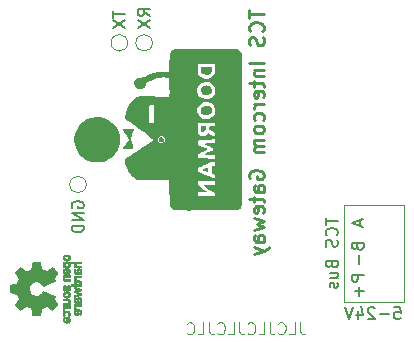
<source format=gbr>
%TF.GenerationSoftware,KiCad,Pcbnew,8.0.0*%
%TF.CreationDate,2024-03-16T23:45:48+01:00*%
%TF.ProjectId,tcs_controller,7463735f-636f-46e7-9472-6f6c6c65722e,1.0*%
%TF.SameCoordinates,Original*%
%TF.FileFunction,Legend,Bot*%
%TF.FilePolarity,Positive*%
%FSLAX46Y46*%
G04 Gerber Fmt 4.6, Leading zero omitted, Abs format (unit mm)*
G04 Created by KiCad (PCBNEW 8.0.0) date 2024-03-16 23:45:48*
%MOMM*%
%LPD*%
G01*
G04 APERTURE LIST*
%ADD10C,0.250000*%
%ADD11C,0.150000*%
%ADD12C,0.100000*%
%ADD13C,0.000000*%
%ADD14C,0.120000*%
%ADD15C,0.010000*%
G04 APERTURE END LIST*
D10*
X149284023Y-92883520D02*
X149284023Y-93597806D01*
X150534023Y-93240663D02*
X149284023Y-93240663D01*
X150414976Y-94728758D02*
X150474500Y-94669234D01*
X150474500Y-94669234D02*
X150534023Y-94490663D01*
X150534023Y-94490663D02*
X150534023Y-94371615D01*
X150534023Y-94371615D02*
X150474500Y-94193044D01*
X150474500Y-94193044D02*
X150355452Y-94073996D01*
X150355452Y-94073996D02*
X150236404Y-94014473D01*
X150236404Y-94014473D02*
X149998309Y-93954949D01*
X149998309Y-93954949D02*
X149819738Y-93954949D01*
X149819738Y-93954949D02*
X149581642Y-94014473D01*
X149581642Y-94014473D02*
X149462595Y-94073996D01*
X149462595Y-94073996D02*
X149343547Y-94193044D01*
X149343547Y-94193044D02*
X149284023Y-94371615D01*
X149284023Y-94371615D02*
X149284023Y-94490663D01*
X149284023Y-94490663D02*
X149343547Y-94669234D01*
X149343547Y-94669234D02*
X149403071Y-94728758D01*
X150474500Y-95204949D02*
X150534023Y-95383520D01*
X150534023Y-95383520D02*
X150534023Y-95681139D01*
X150534023Y-95681139D02*
X150474500Y-95800187D01*
X150474500Y-95800187D02*
X150414976Y-95859711D01*
X150414976Y-95859711D02*
X150295928Y-95919234D01*
X150295928Y-95919234D02*
X150176880Y-95919234D01*
X150176880Y-95919234D02*
X150057833Y-95859711D01*
X150057833Y-95859711D02*
X149998309Y-95800187D01*
X149998309Y-95800187D02*
X149938785Y-95681139D01*
X149938785Y-95681139D02*
X149879261Y-95443044D01*
X149879261Y-95443044D02*
X149819738Y-95323996D01*
X149819738Y-95323996D02*
X149760214Y-95264473D01*
X149760214Y-95264473D02*
X149641166Y-95204949D01*
X149641166Y-95204949D02*
X149522119Y-95204949D01*
X149522119Y-95204949D02*
X149403071Y-95264473D01*
X149403071Y-95264473D02*
X149343547Y-95323996D01*
X149343547Y-95323996D02*
X149284023Y-95443044D01*
X149284023Y-95443044D02*
X149284023Y-95740663D01*
X149284023Y-95740663D02*
X149343547Y-95919234D01*
X150534023Y-97407330D02*
X149284023Y-97407330D01*
X149700690Y-98002568D02*
X150534023Y-98002568D01*
X149819738Y-98002568D02*
X149760214Y-98062091D01*
X149760214Y-98062091D02*
X149700690Y-98181139D01*
X149700690Y-98181139D02*
X149700690Y-98359710D01*
X149700690Y-98359710D02*
X149760214Y-98478758D01*
X149760214Y-98478758D02*
X149879261Y-98538282D01*
X149879261Y-98538282D02*
X150534023Y-98538282D01*
X149700690Y-98954948D02*
X149700690Y-99431139D01*
X149284023Y-99133520D02*
X150355452Y-99133520D01*
X150355452Y-99133520D02*
X150474500Y-99193043D01*
X150474500Y-99193043D02*
X150534023Y-99312091D01*
X150534023Y-99312091D02*
X150534023Y-99431139D01*
X150474500Y-100323996D02*
X150534023Y-100204948D01*
X150534023Y-100204948D02*
X150534023Y-99966853D01*
X150534023Y-99966853D02*
X150474500Y-99847806D01*
X150474500Y-99847806D02*
X150355452Y-99788282D01*
X150355452Y-99788282D02*
X149879261Y-99788282D01*
X149879261Y-99788282D02*
X149760214Y-99847806D01*
X149760214Y-99847806D02*
X149700690Y-99966853D01*
X149700690Y-99966853D02*
X149700690Y-100204948D01*
X149700690Y-100204948D02*
X149760214Y-100323996D01*
X149760214Y-100323996D02*
X149879261Y-100383520D01*
X149879261Y-100383520D02*
X149998309Y-100383520D01*
X149998309Y-100383520D02*
X150117357Y-99788282D01*
X150534023Y-100919235D02*
X149700690Y-100919235D01*
X149938785Y-100919235D02*
X149819738Y-100978758D01*
X149819738Y-100978758D02*
X149760214Y-101038282D01*
X149760214Y-101038282D02*
X149700690Y-101157330D01*
X149700690Y-101157330D02*
X149700690Y-101276377D01*
X150474500Y-102228759D02*
X150534023Y-102109711D01*
X150534023Y-102109711D02*
X150534023Y-101871616D01*
X150534023Y-101871616D02*
X150474500Y-101752568D01*
X150474500Y-101752568D02*
X150414976Y-101693045D01*
X150414976Y-101693045D02*
X150295928Y-101633521D01*
X150295928Y-101633521D02*
X149938785Y-101633521D01*
X149938785Y-101633521D02*
X149819738Y-101693045D01*
X149819738Y-101693045D02*
X149760214Y-101752568D01*
X149760214Y-101752568D02*
X149700690Y-101871616D01*
X149700690Y-101871616D02*
X149700690Y-102109711D01*
X149700690Y-102109711D02*
X149760214Y-102228759D01*
X150534023Y-102943045D02*
X150474500Y-102823997D01*
X150474500Y-102823997D02*
X150414976Y-102764474D01*
X150414976Y-102764474D02*
X150295928Y-102704950D01*
X150295928Y-102704950D02*
X149938785Y-102704950D01*
X149938785Y-102704950D02*
X149819738Y-102764474D01*
X149819738Y-102764474D02*
X149760214Y-102823997D01*
X149760214Y-102823997D02*
X149700690Y-102943045D01*
X149700690Y-102943045D02*
X149700690Y-103121616D01*
X149700690Y-103121616D02*
X149760214Y-103240664D01*
X149760214Y-103240664D02*
X149819738Y-103300188D01*
X149819738Y-103300188D02*
X149938785Y-103359712D01*
X149938785Y-103359712D02*
X150295928Y-103359712D01*
X150295928Y-103359712D02*
X150414976Y-103300188D01*
X150414976Y-103300188D02*
X150474500Y-103240664D01*
X150474500Y-103240664D02*
X150534023Y-103121616D01*
X150534023Y-103121616D02*
X150534023Y-102943045D01*
X150534023Y-103895426D02*
X149700690Y-103895426D01*
X149819738Y-103895426D02*
X149760214Y-103954949D01*
X149760214Y-103954949D02*
X149700690Y-104073997D01*
X149700690Y-104073997D02*
X149700690Y-104252568D01*
X149700690Y-104252568D02*
X149760214Y-104371616D01*
X149760214Y-104371616D02*
X149879261Y-104431140D01*
X149879261Y-104431140D02*
X150534023Y-104431140D01*
X149879261Y-104431140D02*
X149760214Y-104490664D01*
X149760214Y-104490664D02*
X149700690Y-104609711D01*
X149700690Y-104609711D02*
X149700690Y-104788283D01*
X149700690Y-104788283D02*
X149760214Y-104907330D01*
X149760214Y-104907330D02*
X149879261Y-104966854D01*
X149879261Y-104966854D02*
X150534023Y-104966854D01*
X149343547Y-107169235D02*
X149284023Y-107050188D01*
X149284023Y-107050188D02*
X149284023Y-106871616D01*
X149284023Y-106871616D02*
X149343547Y-106693045D01*
X149343547Y-106693045D02*
X149462595Y-106573997D01*
X149462595Y-106573997D02*
X149581642Y-106514474D01*
X149581642Y-106514474D02*
X149819738Y-106454950D01*
X149819738Y-106454950D02*
X149998309Y-106454950D01*
X149998309Y-106454950D02*
X150236404Y-106514474D01*
X150236404Y-106514474D02*
X150355452Y-106573997D01*
X150355452Y-106573997D02*
X150474500Y-106693045D01*
X150474500Y-106693045D02*
X150534023Y-106871616D01*
X150534023Y-106871616D02*
X150534023Y-106990664D01*
X150534023Y-106990664D02*
X150474500Y-107169235D01*
X150474500Y-107169235D02*
X150414976Y-107228759D01*
X150414976Y-107228759D02*
X149998309Y-107228759D01*
X149998309Y-107228759D02*
X149998309Y-106990664D01*
X150534023Y-108300188D02*
X149879261Y-108300188D01*
X149879261Y-108300188D02*
X149760214Y-108240664D01*
X149760214Y-108240664D02*
X149700690Y-108121616D01*
X149700690Y-108121616D02*
X149700690Y-107883521D01*
X149700690Y-107883521D02*
X149760214Y-107764474D01*
X150474500Y-108300188D02*
X150534023Y-108181140D01*
X150534023Y-108181140D02*
X150534023Y-107883521D01*
X150534023Y-107883521D02*
X150474500Y-107764474D01*
X150474500Y-107764474D02*
X150355452Y-107704950D01*
X150355452Y-107704950D02*
X150236404Y-107704950D01*
X150236404Y-107704950D02*
X150117357Y-107764474D01*
X150117357Y-107764474D02*
X150057833Y-107883521D01*
X150057833Y-107883521D02*
X150057833Y-108181140D01*
X150057833Y-108181140D02*
X149998309Y-108300188D01*
X149700690Y-108716854D02*
X149700690Y-109193045D01*
X149284023Y-108895426D02*
X150355452Y-108895426D01*
X150355452Y-108895426D02*
X150474500Y-108954949D01*
X150474500Y-108954949D02*
X150534023Y-109073997D01*
X150534023Y-109073997D02*
X150534023Y-109193045D01*
X150474500Y-110085902D02*
X150534023Y-109966854D01*
X150534023Y-109966854D02*
X150534023Y-109728759D01*
X150534023Y-109728759D02*
X150474500Y-109609712D01*
X150474500Y-109609712D02*
X150355452Y-109550188D01*
X150355452Y-109550188D02*
X149879261Y-109550188D01*
X149879261Y-109550188D02*
X149760214Y-109609712D01*
X149760214Y-109609712D02*
X149700690Y-109728759D01*
X149700690Y-109728759D02*
X149700690Y-109966854D01*
X149700690Y-109966854D02*
X149760214Y-110085902D01*
X149760214Y-110085902D02*
X149879261Y-110145426D01*
X149879261Y-110145426D02*
X149998309Y-110145426D01*
X149998309Y-110145426D02*
X150117357Y-109550188D01*
X149700690Y-110562093D02*
X150534023Y-110800188D01*
X150534023Y-110800188D02*
X149938785Y-111038283D01*
X149938785Y-111038283D02*
X150534023Y-111276379D01*
X150534023Y-111276379D02*
X149700690Y-111514474D01*
X150534023Y-112526379D02*
X149879261Y-112526379D01*
X149879261Y-112526379D02*
X149760214Y-112466855D01*
X149760214Y-112466855D02*
X149700690Y-112347807D01*
X149700690Y-112347807D02*
X149700690Y-112109712D01*
X149700690Y-112109712D02*
X149760214Y-111990665D01*
X150474500Y-112526379D02*
X150534023Y-112407331D01*
X150534023Y-112407331D02*
X150534023Y-112109712D01*
X150534023Y-112109712D02*
X150474500Y-111990665D01*
X150474500Y-111990665D02*
X150355452Y-111931141D01*
X150355452Y-111931141D02*
X150236404Y-111931141D01*
X150236404Y-111931141D02*
X150117357Y-111990665D01*
X150117357Y-111990665D02*
X150057833Y-112109712D01*
X150057833Y-112109712D02*
X150057833Y-112407331D01*
X150057833Y-112407331D02*
X149998309Y-112526379D01*
X149700690Y-113002569D02*
X150534023Y-113300188D01*
X149700690Y-113597807D02*
X150534023Y-113300188D01*
X150534023Y-113300188D02*
X150831642Y-113181140D01*
X150831642Y-113181140D02*
X150891166Y-113121617D01*
X150891166Y-113121617D02*
X150950690Y-113002569D01*
D11*
X161587030Y-118069819D02*
X162063220Y-118069819D01*
X162063220Y-118069819D02*
X162110839Y-118546009D01*
X162110839Y-118546009D02*
X162063220Y-118498390D01*
X162063220Y-118498390D02*
X161967982Y-118450771D01*
X161967982Y-118450771D02*
X161729887Y-118450771D01*
X161729887Y-118450771D02*
X161634649Y-118498390D01*
X161634649Y-118498390D02*
X161587030Y-118546009D01*
X161587030Y-118546009D02*
X161539411Y-118641247D01*
X161539411Y-118641247D02*
X161539411Y-118879342D01*
X161539411Y-118879342D02*
X161587030Y-118974580D01*
X161587030Y-118974580D02*
X161634649Y-119022200D01*
X161634649Y-119022200D02*
X161729887Y-119069819D01*
X161729887Y-119069819D02*
X161967982Y-119069819D01*
X161967982Y-119069819D02*
X162063220Y-119022200D01*
X162063220Y-119022200D02*
X162110839Y-118974580D01*
X161110839Y-118688866D02*
X160348935Y-118688866D01*
X159920363Y-118165057D02*
X159872744Y-118117438D01*
X159872744Y-118117438D02*
X159777506Y-118069819D01*
X159777506Y-118069819D02*
X159539411Y-118069819D01*
X159539411Y-118069819D02*
X159444173Y-118117438D01*
X159444173Y-118117438D02*
X159396554Y-118165057D01*
X159396554Y-118165057D02*
X159348935Y-118260295D01*
X159348935Y-118260295D02*
X159348935Y-118355533D01*
X159348935Y-118355533D02*
X159396554Y-118498390D01*
X159396554Y-118498390D02*
X159967982Y-119069819D01*
X159967982Y-119069819D02*
X159348935Y-119069819D01*
X158491792Y-118403152D02*
X158491792Y-119069819D01*
X158729887Y-118022200D02*
X158967982Y-118736485D01*
X158967982Y-118736485D02*
X158348935Y-118736485D01*
X158110839Y-118069819D02*
X157777506Y-119069819D01*
X157777506Y-119069819D02*
X157444173Y-118069819D01*
D12*
X157313200Y-109397800D02*
X162382200Y-109397800D01*
X162382200Y-117603600D01*
X157313200Y-117603600D01*
X157313200Y-109397800D01*
D11*
X158451609Y-112970112D02*
X158499228Y-113112969D01*
X158499228Y-113112969D02*
X158546847Y-113160588D01*
X158546847Y-113160588D02*
X158642085Y-113208207D01*
X158642085Y-113208207D02*
X158784942Y-113208207D01*
X158784942Y-113208207D02*
X158880180Y-113160588D01*
X158880180Y-113160588D02*
X158927800Y-113112969D01*
X158927800Y-113112969D02*
X158975419Y-113017731D01*
X158975419Y-113017731D02*
X158975419Y-112636779D01*
X158975419Y-112636779D02*
X157975419Y-112636779D01*
X157975419Y-112636779D02*
X157975419Y-112970112D01*
X157975419Y-112970112D02*
X158023038Y-113065350D01*
X158023038Y-113065350D02*
X158070657Y-113112969D01*
X158070657Y-113112969D02*
X158165895Y-113160588D01*
X158165895Y-113160588D02*
X158261133Y-113160588D01*
X158261133Y-113160588D02*
X158356371Y-113112969D01*
X158356371Y-113112969D02*
X158403990Y-113065350D01*
X158403990Y-113065350D02*
X158451609Y-112970112D01*
X158451609Y-112970112D02*
X158451609Y-112636779D01*
X158594466Y-113636779D02*
X158594466Y-114398684D01*
X137769819Y-92993922D02*
X137769819Y-93565350D01*
X138769819Y-93279636D02*
X137769819Y-93279636D01*
X137769819Y-93803446D02*
X138769819Y-94470112D01*
X137769819Y-94470112D02*
X138769819Y-93803446D01*
X155791019Y-110531522D02*
X155791019Y-111102950D01*
X156791019Y-110817236D02*
X155791019Y-110817236D01*
X156695780Y-112007712D02*
X156743400Y-111960093D01*
X156743400Y-111960093D02*
X156791019Y-111817236D01*
X156791019Y-111817236D02*
X156791019Y-111721998D01*
X156791019Y-111721998D02*
X156743400Y-111579141D01*
X156743400Y-111579141D02*
X156648161Y-111483903D01*
X156648161Y-111483903D02*
X156552923Y-111436284D01*
X156552923Y-111436284D02*
X156362447Y-111388665D01*
X156362447Y-111388665D02*
X156219590Y-111388665D01*
X156219590Y-111388665D02*
X156029114Y-111436284D01*
X156029114Y-111436284D02*
X155933876Y-111483903D01*
X155933876Y-111483903D02*
X155838638Y-111579141D01*
X155838638Y-111579141D02*
X155791019Y-111721998D01*
X155791019Y-111721998D02*
X155791019Y-111817236D01*
X155791019Y-111817236D02*
X155838638Y-111960093D01*
X155838638Y-111960093D02*
X155886257Y-112007712D01*
X156743400Y-112388665D02*
X156791019Y-112531522D01*
X156791019Y-112531522D02*
X156791019Y-112769617D01*
X156791019Y-112769617D02*
X156743400Y-112864855D01*
X156743400Y-112864855D02*
X156695780Y-112912474D01*
X156695780Y-112912474D02*
X156600542Y-112960093D01*
X156600542Y-112960093D02*
X156505304Y-112960093D01*
X156505304Y-112960093D02*
X156410066Y-112912474D01*
X156410066Y-112912474D02*
X156362447Y-112864855D01*
X156362447Y-112864855D02*
X156314828Y-112769617D01*
X156314828Y-112769617D02*
X156267209Y-112579141D01*
X156267209Y-112579141D02*
X156219590Y-112483903D01*
X156219590Y-112483903D02*
X156171971Y-112436284D01*
X156171971Y-112436284D02*
X156076733Y-112388665D01*
X156076733Y-112388665D02*
X155981495Y-112388665D01*
X155981495Y-112388665D02*
X155886257Y-112436284D01*
X155886257Y-112436284D02*
X155838638Y-112483903D01*
X155838638Y-112483903D02*
X155791019Y-112579141D01*
X155791019Y-112579141D02*
X155791019Y-112817236D01*
X155791019Y-112817236D02*
X155838638Y-112960093D01*
X156267209Y-114483903D02*
X156314828Y-114626760D01*
X156314828Y-114626760D02*
X156362447Y-114674379D01*
X156362447Y-114674379D02*
X156457685Y-114721998D01*
X156457685Y-114721998D02*
X156600542Y-114721998D01*
X156600542Y-114721998D02*
X156695780Y-114674379D01*
X156695780Y-114674379D02*
X156743400Y-114626760D01*
X156743400Y-114626760D02*
X156791019Y-114531522D01*
X156791019Y-114531522D02*
X156791019Y-114150570D01*
X156791019Y-114150570D02*
X155791019Y-114150570D01*
X155791019Y-114150570D02*
X155791019Y-114483903D01*
X155791019Y-114483903D02*
X155838638Y-114579141D01*
X155838638Y-114579141D02*
X155886257Y-114626760D01*
X155886257Y-114626760D02*
X155981495Y-114674379D01*
X155981495Y-114674379D02*
X156076733Y-114674379D01*
X156076733Y-114674379D02*
X156171971Y-114626760D01*
X156171971Y-114626760D02*
X156219590Y-114579141D01*
X156219590Y-114579141D02*
X156267209Y-114483903D01*
X156267209Y-114483903D02*
X156267209Y-114150570D01*
X156124352Y-115579141D02*
X156791019Y-115579141D01*
X156124352Y-115150570D02*
X156648161Y-115150570D01*
X156648161Y-115150570D02*
X156743400Y-115198189D01*
X156743400Y-115198189D02*
X156791019Y-115293427D01*
X156791019Y-115293427D02*
X156791019Y-115436284D01*
X156791019Y-115436284D02*
X156743400Y-115531522D01*
X156743400Y-115531522D02*
X156695780Y-115579141D01*
X156743400Y-116007713D02*
X156791019Y-116102951D01*
X156791019Y-116102951D02*
X156791019Y-116293427D01*
X156791019Y-116293427D02*
X156743400Y-116388665D01*
X156743400Y-116388665D02*
X156648161Y-116436284D01*
X156648161Y-116436284D02*
X156600542Y-116436284D01*
X156600542Y-116436284D02*
X156505304Y-116388665D01*
X156505304Y-116388665D02*
X156457685Y-116293427D01*
X156457685Y-116293427D02*
X156457685Y-116150570D01*
X156457685Y-116150570D02*
X156410066Y-116055332D01*
X156410066Y-116055332D02*
X156314828Y-116007713D01*
X156314828Y-116007713D02*
X156267209Y-116007713D01*
X156267209Y-116007713D02*
X156171971Y-116055332D01*
X156171971Y-116055332D02*
X156124352Y-116150570D01*
X156124352Y-116150570D02*
X156124352Y-116293427D01*
X156124352Y-116293427D02*
X156171971Y-116388665D01*
D12*
X153610401Y-119372419D02*
X153610401Y-120086704D01*
X153610401Y-120086704D02*
X153658020Y-120229561D01*
X153658020Y-120229561D02*
X153753258Y-120324800D01*
X153753258Y-120324800D02*
X153896115Y-120372419D01*
X153896115Y-120372419D02*
X153991353Y-120372419D01*
X152658020Y-120372419D02*
X153134210Y-120372419D01*
X153134210Y-120372419D02*
X153134210Y-119372419D01*
X151753258Y-120277180D02*
X151800877Y-120324800D01*
X151800877Y-120324800D02*
X151943734Y-120372419D01*
X151943734Y-120372419D02*
X152038972Y-120372419D01*
X152038972Y-120372419D02*
X152181829Y-120324800D01*
X152181829Y-120324800D02*
X152277067Y-120229561D01*
X152277067Y-120229561D02*
X152324686Y-120134323D01*
X152324686Y-120134323D02*
X152372305Y-119943847D01*
X152372305Y-119943847D02*
X152372305Y-119800990D01*
X152372305Y-119800990D02*
X152324686Y-119610514D01*
X152324686Y-119610514D02*
X152277067Y-119515276D01*
X152277067Y-119515276D02*
X152181829Y-119420038D01*
X152181829Y-119420038D02*
X152038972Y-119372419D01*
X152038972Y-119372419D02*
X151943734Y-119372419D01*
X151943734Y-119372419D02*
X151800877Y-119420038D01*
X151800877Y-119420038D02*
X151753258Y-119467657D01*
X151038972Y-119372419D02*
X151038972Y-120086704D01*
X151038972Y-120086704D02*
X151086591Y-120229561D01*
X151086591Y-120229561D02*
X151181829Y-120324800D01*
X151181829Y-120324800D02*
X151324686Y-120372419D01*
X151324686Y-120372419D02*
X151419924Y-120372419D01*
X150086591Y-120372419D02*
X150562781Y-120372419D01*
X150562781Y-120372419D02*
X150562781Y-119372419D01*
X149181829Y-120277180D02*
X149229448Y-120324800D01*
X149229448Y-120324800D02*
X149372305Y-120372419D01*
X149372305Y-120372419D02*
X149467543Y-120372419D01*
X149467543Y-120372419D02*
X149610400Y-120324800D01*
X149610400Y-120324800D02*
X149705638Y-120229561D01*
X149705638Y-120229561D02*
X149753257Y-120134323D01*
X149753257Y-120134323D02*
X149800876Y-119943847D01*
X149800876Y-119943847D02*
X149800876Y-119800990D01*
X149800876Y-119800990D02*
X149753257Y-119610514D01*
X149753257Y-119610514D02*
X149705638Y-119515276D01*
X149705638Y-119515276D02*
X149610400Y-119420038D01*
X149610400Y-119420038D02*
X149467543Y-119372419D01*
X149467543Y-119372419D02*
X149372305Y-119372419D01*
X149372305Y-119372419D02*
X149229448Y-119420038D01*
X149229448Y-119420038D02*
X149181829Y-119467657D01*
X148467543Y-119372419D02*
X148467543Y-120086704D01*
X148467543Y-120086704D02*
X148515162Y-120229561D01*
X148515162Y-120229561D02*
X148610400Y-120324800D01*
X148610400Y-120324800D02*
X148753257Y-120372419D01*
X148753257Y-120372419D02*
X148848495Y-120372419D01*
X147515162Y-120372419D02*
X147991352Y-120372419D01*
X147991352Y-120372419D02*
X147991352Y-119372419D01*
X146610400Y-120277180D02*
X146658019Y-120324800D01*
X146658019Y-120324800D02*
X146800876Y-120372419D01*
X146800876Y-120372419D02*
X146896114Y-120372419D01*
X146896114Y-120372419D02*
X147038971Y-120324800D01*
X147038971Y-120324800D02*
X147134209Y-120229561D01*
X147134209Y-120229561D02*
X147181828Y-120134323D01*
X147181828Y-120134323D02*
X147229447Y-119943847D01*
X147229447Y-119943847D02*
X147229447Y-119800990D01*
X147229447Y-119800990D02*
X147181828Y-119610514D01*
X147181828Y-119610514D02*
X147134209Y-119515276D01*
X147134209Y-119515276D02*
X147038971Y-119420038D01*
X147038971Y-119420038D02*
X146896114Y-119372419D01*
X146896114Y-119372419D02*
X146800876Y-119372419D01*
X146800876Y-119372419D02*
X146658019Y-119420038D01*
X146658019Y-119420038D02*
X146610400Y-119467657D01*
X145896114Y-119372419D02*
X145896114Y-120086704D01*
X145896114Y-120086704D02*
X145943733Y-120229561D01*
X145943733Y-120229561D02*
X146038971Y-120324800D01*
X146038971Y-120324800D02*
X146181828Y-120372419D01*
X146181828Y-120372419D02*
X146277066Y-120372419D01*
X144943733Y-120372419D02*
X145419923Y-120372419D01*
X145419923Y-120372419D02*
X145419923Y-119372419D01*
X144038971Y-120277180D02*
X144086590Y-120324800D01*
X144086590Y-120324800D02*
X144229447Y-120372419D01*
X144229447Y-120372419D02*
X144324685Y-120372419D01*
X144324685Y-120372419D02*
X144467542Y-120324800D01*
X144467542Y-120324800D02*
X144562780Y-120229561D01*
X144562780Y-120229561D02*
X144610399Y-120134323D01*
X144610399Y-120134323D02*
X144658018Y-119943847D01*
X144658018Y-119943847D02*
X144658018Y-119800990D01*
X144658018Y-119800990D02*
X144610399Y-119610514D01*
X144610399Y-119610514D02*
X144562780Y-119515276D01*
X144562780Y-119515276D02*
X144467542Y-119420038D01*
X144467542Y-119420038D02*
X144324685Y-119372419D01*
X144324685Y-119372419D02*
X144229447Y-119372419D01*
X144229447Y-119372419D02*
X144086590Y-119420038D01*
X144086590Y-119420038D02*
X144038971Y-119467657D01*
D11*
X134317438Y-109660588D02*
X134269819Y-109565350D01*
X134269819Y-109565350D02*
X134269819Y-109422493D01*
X134269819Y-109422493D02*
X134317438Y-109279636D01*
X134317438Y-109279636D02*
X134412676Y-109184398D01*
X134412676Y-109184398D02*
X134507914Y-109136779D01*
X134507914Y-109136779D02*
X134698390Y-109089160D01*
X134698390Y-109089160D02*
X134841247Y-109089160D01*
X134841247Y-109089160D02*
X135031723Y-109136779D01*
X135031723Y-109136779D02*
X135126961Y-109184398D01*
X135126961Y-109184398D02*
X135222200Y-109279636D01*
X135222200Y-109279636D02*
X135269819Y-109422493D01*
X135269819Y-109422493D02*
X135269819Y-109517731D01*
X135269819Y-109517731D02*
X135222200Y-109660588D01*
X135222200Y-109660588D02*
X135174580Y-109708207D01*
X135174580Y-109708207D02*
X134841247Y-109708207D01*
X134841247Y-109708207D02*
X134841247Y-109517731D01*
X135269819Y-110136779D02*
X134269819Y-110136779D01*
X134269819Y-110136779D02*
X135269819Y-110708207D01*
X135269819Y-110708207D02*
X134269819Y-110708207D01*
X135269819Y-111184398D02*
X134269819Y-111184398D01*
X134269819Y-111184398D02*
X134269819Y-111422493D01*
X134269819Y-111422493D02*
X134317438Y-111565350D01*
X134317438Y-111565350D02*
X134412676Y-111660588D01*
X134412676Y-111660588D02*
X134507914Y-111708207D01*
X134507914Y-111708207D02*
X134698390Y-111755826D01*
X134698390Y-111755826D02*
X134841247Y-111755826D01*
X134841247Y-111755826D02*
X135031723Y-111708207D01*
X135031723Y-111708207D02*
X135126961Y-111660588D01*
X135126961Y-111660588D02*
X135222200Y-111565350D01*
X135222200Y-111565350D02*
X135269819Y-111422493D01*
X135269819Y-111422493D02*
X135269819Y-111184398D01*
X140869819Y-93408207D02*
X140393628Y-93074874D01*
X140869819Y-92836779D02*
X139869819Y-92836779D01*
X139869819Y-92836779D02*
X139869819Y-93217731D01*
X139869819Y-93217731D02*
X139917438Y-93312969D01*
X139917438Y-93312969D02*
X139965057Y-93360588D01*
X139965057Y-93360588D02*
X140060295Y-93408207D01*
X140060295Y-93408207D02*
X140203152Y-93408207D01*
X140203152Y-93408207D02*
X140298390Y-93360588D01*
X140298390Y-93360588D02*
X140346009Y-93312969D01*
X140346009Y-93312969D02*
X140393628Y-93217731D01*
X140393628Y-93217731D02*
X140393628Y-92836779D01*
X139869819Y-93741541D02*
X140869819Y-94408207D01*
X139869819Y-94408207D02*
X140869819Y-93741541D01*
X158975419Y-115336779D02*
X157975419Y-115336779D01*
X157975419Y-115336779D02*
X157975419Y-115717731D01*
X157975419Y-115717731D02*
X158023038Y-115812969D01*
X158023038Y-115812969D02*
X158070657Y-115860588D01*
X158070657Y-115860588D02*
X158165895Y-115908207D01*
X158165895Y-115908207D02*
X158308752Y-115908207D01*
X158308752Y-115908207D02*
X158403990Y-115860588D01*
X158403990Y-115860588D02*
X158451609Y-115812969D01*
X158451609Y-115812969D02*
X158499228Y-115717731D01*
X158499228Y-115717731D02*
X158499228Y-115336779D01*
X158594466Y-116336779D02*
X158594466Y-117098684D01*
X158975419Y-116717731D02*
X158213514Y-116717731D01*
X158684104Y-110689160D02*
X158684104Y-111165350D01*
X158969819Y-110593922D02*
X157969819Y-110927255D01*
X157969819Y-110927255D02*
X158969819Y-111260588D01*
D13*
%TO.C,G\u002A\u002A\u002A*%
G36*
X144652452Y-96194478D02*
G01*
X144928081Y-96195365D01*
X145124961Y-96195998D01*
X145680488Y-96198338D01*
X146206450Y-96200763D01*
X146680022Y-96203246D01*
X147077328Y-96205921D01*
X147405533Y-96209063D01*
X147671806Y-96212946D01*
X147883315Y-96217844D01*
X148047227Y-96224031D01*
X148170708Y-96231780D01*
X148260928Y-96241366D01*
X148325052Y-96253064D01*
X148370249Y-96267146D01*
X148403686Y-96283887D01*
X148432531Y-96303562D01*
X148439690Y-96308962D01*
X148549408Y-96419558D01*
X148638757Y-96551697D01*
X148641305Y-96556860D01*
X148652058Y-96583896D01*
X148661755Y-96620601D01*
X148670451Y-96671450D01*
X148678200Y-96740920D01*
X148685056Y-96833485D01*
X148691073Y-96953623D01*
X148696307Y-97105807D01*
X148700811Y-97294515D01*
X148704639Y-97524221D01*
X148707846Y-97799402D01*
X148710486Y-98124533D01*
X148712613Y-98504089D01*
X148714282Y-98942546D01*
X148715547Y-99444381D01*
X148716462Y-100014068D01*
X148717081Y-100656083D01*
X148717460Y-101374902D01*
X148717651Y-102175001D01*
X148717709Y-103060855D01*
X148717714Y-103232666D01*
X148717816Y-104115323D01*
X148717916Y-104912966D01*
X148717842Y-105630001D01*
X148717422Y-106270834D01*
X148716484Y-106839871D01*
X148714856Y-107341519D01*
X148712366Y-107780184D01*
X148708841Y-108160272D01*
X148704110Y-108486190D01*
X148698000Y-108762344D01*
X148690340Y-108993141D01*
X148680956Y-109182986D01*
X148669677Y-109336287D01*
X148656331Y-109457449D01*
X148640745Y-109550878D01*
X148622747Y-109620982D01*
X148602166Y-109672166D01*
X148578829Y-109708836D01*
X148552564Y-109735400D01*
X148523199Y-109756263D01*
X148490561Y-109775832D01*
X148454479Y-109798512D01*
X148446268Y-109803860D01*
X148414027Y-109820307D01*
X148369618Y-109834298D01*
X148305945Y-109846073D01*
X148215911Y-109855875D01*
X148092419Y-109863942D01*
X147928373Y-109870515D01*
X147716676Y-109875836D01*
X147450231Y-109880145D01*
X147121942Y-109883682D01*
X146724712Y-109886688D01*
X146251445Y-109889404D01*
X145695044Y-109892070D01*
X145566204Y-109892648D01*
X145027826Y-109894858D01*
X144570920Y-109896213D01*
X144188296Y-109896538D01*
X143872765Y-109895659D01*
X143617137Y-109893403D01*
X143414223Y-109889594D01*
X143256832Y-109884059D01*
X143137775Y-109876624D01*
X143049863Y-109867114D01*
X142985904Y-109855356D01*
X142938711Y-109841175D01*
X142901093Y-109824397D01*
X142892158Y-109819670D01*
X142759732Y-109726863D01*
X142652958Y-109617503D01*
X142626919Y-109578384D01*
X142603218Y-109526683D01*
X142585330Y-109456555D01*
X142572196Y-109356033D01*
X142562752Y-109213150D01*
X142555940Y-109015939D01*
X142550697Y-108752433D01*
X142545962Y-108410664D01*
X142533537Y-107421314D01*
X144928081Y-107421314D01*
X144928081Y-107548220D01*
X144930638Y-107587121D01*
X144954381Y-107661552D01*
X145011588Y-107742829D01*
X145112607Y-107841836D01*
X145267787Y-107969456D01*
X145487474Y-108136574D01*
X145798731Y-108368739D01*
X145363406Y-108368739D01*
X144928081Y-108368739D01*
X144928081Y-108526643D01*
X144928081Y-108684547D01*
X145672486Y-108684547D01*
X146416891Y-108684547D01*
X146416891Y-108554342D01*
X146416837Y-108547409D01*
X146404840Y-108476037D01*
X146360775Y-108412377D01*
X146268622Y-108340029D01*
X146112362Y-108242594D01*
X146111303Y-108241963D01*
X145933471Y-108128696D01*
X145759666Y-108006229D01*
X145627371Y-107900965D01*
X145446909Y-107740878D01*
X145931900Y-107739000D01*
X146416891Y-107737122D01*
X146416891Y-107579218D01*
X146416891Y-107421314D01*
X145672486Y-107421314D01*
X144928081Y-107421314D01*
X142533537Y-107421314D01*
X142532404Y-107331083D01*
X141229272Y-107331083D01*
X140991177Y-107330526D01*
X140614856Y-107326918D01*
X140300602Y-107320161D01*
X140055449Y-107310490D01*
X139886431Y-107298140D01*
X139800583Y-107283347D01*
X139677364Y-107219815D01*
X139498692Y-107088725D01*
X139323879Y-106924924D01*
X139181806Y-106753161D01*
X139122111Y-106649277D01*
X139069595Y-106537396D01*
X144932383Y-106537396D01*
X144947208Y-106584312D01*
X144989378Y-106628008D01*
X145070151Y-106675904D01*
X145200783Y-106735419D01*
X145392531Y-106813973D01*
X145656652Y-106918984D01*
X145890626Y-107012045D01*
X146098615Y-107093619D01*
X146243344Y-107146030D01*
X146336206Y-107170907D01*
X146388598Y-107169878D01*
X146411913Y-107144573D01*
X146417546Y-107096619D01*
X146416891Y-107027645D01*
X146416889Y-107023843D01*
X146408011Y-106908598D01*
X146366706Y-106848638D01*
X146270266Y-106810306D01*
X146123641Y-106767140D01*
X146123641Y-106451332D01*
X146123641Y-106135524D01*
X146270266Y-106092357D01*
X146276667Y-106090459D01*
X146369476Y-106052159D01*
X146408764Y-105990889D01*
X146416891Y-105873232D01*
X146411991Y-105767432D01*
X146389159Y-105721512D01*
X146337939Y-105728766D01*
X146328051Y-105732669D01*
X146235755Y-105768178D01*
X146091044Y-105823129D01*
X145920621Y-105887373D01*
X145719435Y-105965048D01*
X145478068Y-106061859D01*
X145266447Y-106150122D01*
X145180265Y-106187580D01*
X145052767Y-106249242D01*
X144981937Y-106301687D01*
X144949408Y-106361320D01*
X144936813Y-106444546D01*
X144933647Y-106479841D01*
X144932383Y-106537396D01*
X139069595Y-106537396D01*
X139047880Y-106491134D01*
X138968598Y-106301357D01*
X138891214Y-106098961D01*
X138822678Y-105902960D01*
X138769941Y-105732369D01*
X138739952Y-105606202D01*
X138739661Y-105543473D01*
X138753570Y-105531453D01*
X138833608Y-105474931D01*
X138909597Y-105424045D01*
X144923361Y-105424045D01*
X144928081Y-105424536D01*
X145185135Y-105451283D01*
X145268649Y-105459289D01*
X145465110Y-105475690D01*
X145697619Y-105493022D01*
X145931900Y-105508650D01*
X146389159Y-105537056D01*
X146416891Y-105538779D01*
X146416891Y-105374718D01*
X146416891Y-105210657D01*
X146067247Y-105205319D01*
X146049813Y-105205020D01*
X145861247Y-105198076D01*
X145694182Y-105185983D01*
X145582982Y-105171165D01*
X145528603Y-105156431D01*
X145513150Y-105136913D01*
X145551859Y-105106226D01*
X145654569Y-105056839D01*
X145831117Y-104981222D01*
X145884027Y-104958765D01*
X146052021Y-104882408D01*
X146154663Y-104822539D01*
X146207798Y-104768258D01*
X146227270Y-104708662D01*
X146229138Y-104674666D01*
X146213326Y-104624385D01*
X146159692Y-104577421D01*
X146052667Y-104522150D01*
X145876679Y-104446950D01*
X145807829Y-104418002D01*
X145652112Y-104348268D01*
X145538704Y-104291345D01*
X145488416Y-104257393D01*
X145487180Y-104249066D01*
X145533037Y-104226861D01*
X145635987Y-104217796D01*
X145746008Y-104214560D01*
X145924690Y-104204005D01*
X146112362Y-104188715D01*
X146416891Y-104159954D01*
X146416891Y-104006529D01*
X146416877Y-103995101D01*
X146409225Y-103898792D01*
X146369242Y-103866902D01*
X146270266Y-103875629D01*
X146200915Y-103883907D01*
X146046130Y-103897638D01*
X145846257Y-103912242D01*
X145627371Y-103925687D01*
X145451289Y-103935745D01*
X145236451Y-103950884D01*
X145090258Y-103968710D01*
X144999517Y-103993504D01*
X144951035Y-104029542D01*
X144931621Y-104081102D01*
X144928081Y-104152464D01*
X144928705Y-104188928D01*
X144939120Y-104248033D01*
X144973769Y-104298002D01*
X145047068Y-104350591D01*
X145173429Y-104417556D01*
X145367267Y-104510652D01*
X145806452Y-104718696D01*
X145378546Y-104910425D01*
X145289440Y-104950490D01*
X145127620Y-105026264D01*
X145026774Y-105083187D01*
X144971594Y-105133482D01*
X144946771Y-105189378D01*
X144937000Y-105263100D01*
X144923361Y-105424045D01*
X138909597Y-105424045D01*
X138975797Y-105379714D01*
X139170739Y-105251943D01*
X139409033Y-105097754D01*
X139681282Y-104923287D01*
X139978085Y-104734680D01*
X140172062Y-104611494D01*
X140500714Y-104400059D01*
X140758574Y-104229699D01*
X140950221Y-104097199D01*
X141080230Y-103999344D01*
X141153179Y-103932917D01*
X141169572Y-103902309D01*
X141544422Y-103902309D01*
X141573024Y-104036283D01*
X141663551Y-104149376D01*
X141793364Y-104208596D01*
X141939076Y-104204121D01*
X142077301Y-104126129D01*
X142089824Y-104113767D01*
X142163867Y-103978438D01*
X142162092Y-103825844D01*
X142084050Y-103685239D01*
X142081358Y-103682383D01*
X141951904Y-103601122D01*
X141809542Y-103592115D01*
X141678214Y-103645731D01*
X141581860Y-103752339D01*
X141544422Y-103902309D01*
X141169572Y-103902309D01*
X141173645Y-103894703D01*
X141158069Y-103873484D01*
X141078608Y-103800924D01*
X140939737Y-103687127D01*
X140750218Y-103538900D01*
X140518812Y-103363053D01*
X140254279Y-103166393D01*
X139965382Y-102955729D01*
X139784787Y-102824598D01*
X139509726Y-102622159D01*
X139264289Y-102438213D01*
X139057255Y-102279523D01*
X138897402Y-102152854D01*
X138793510Y-102064970D01*
X138754358Y-102022635D01*
X138753829Y-102014780D01*
X138770250Y-101932895D01*
X138813437Y-101788989D01*
X138828738Y-101744203D01*
X140777460Y-101744203D01*
X140778140Y-101955037D01*
X140783362Y-102172049D01*
X140797377Y-102320375D01*
X140824395Y-102412417D01*
X140868629Y-102460578D01*
X140934292Y-102477262D01*
X141025595Y-102474870D01*
X141079973Y-102470987D01*
X141194778Y-102463410D01*
X141202189Y-102462686D01*
X141210929Y-102458614D01*
X144928081Y-102458614D01*
X144928081Y-102823998D01*
X144944102Y-103105685D01*
X144998092Y-103325784D01*
X145094372Y-103474957D01*
X145237223Y-103559697D01*
X145430931Y-103586501D01*
X145550321Y-103561316D01*
X145692034Y-103454377D01*
X145815456Y-103322253D01*
X145946991Y-103411495D01*
X145964173Y-103422962D01*
X146101810Y-103507857D01*
X146247708Y-103589651D01*
X146369242Y-103653523D01*
X146416891Y-103678565D01*
X146416891Y-103502247D01*
X146416784Y-103480418D01*
X146408509Y-103389840D01*
X146374343Y-103323321D01*
X146296571Y-103258331D01*
X146157477Y-103172342D01*
X146129380Y-103155522D01*
X145988780Y-103060349D01*
X145912497Y-102979661D01*
X145883788Y-102896589D01*
X145881713Y-102878289D01*
X145881840Y-102818699D01*
X145912111Y-102787813D01*
X145992556Y-102776198D01*
X146143202Y-102774422D01*
X146416891Y-102774422D01*
X146416891Y-102616518D01*
X146416891Y-102458614D01*
X145672486Y-102458614D01*
X144928081Y-102458614D01*
X141210929Y-102458614D01*
X141229976Y-102449740D01*
X141249521Y-102411355D01*
X141262246Y-102334574D01*
X141269574Y-102206440D01*
X141272928Y-102013997D01*
X141273730Y-101744286D01*
X141273059Y-101593717D01*
X141272081Y-101535182D01*
X144897017Y-101535182D01*
X144914453Y-101618175D01*
X144928081Y-101648899D01*
X145015694Y-101846420D01*
X145181451Y-102014860D01*
X145405386Y-102118505D01*
X145681161Y-102152367D01*
X145929970Y-102118583D01*
X146145213Y-102011863D01*
X146315228Y-101829166D01*
X146372625Y-101712133D01*
X146414861Y-101498001D01*
X146403622Y-101268856D01*
X146337869Y-101060035D01*
X146232742Y-100918908D01*
X146054542Y-100796779D01*
X145837964Y-100725076D01*
X145605076Y-100707758D01*
X145377947Y-100748782D01*
X145178642Y-100852107D01*
X145095632Y-100930397D01*
X144974475Y-101116596D01*
X144903429Y-101329933D01*
X144897017Y-101535182D01*
X141272081Y-101535182D01*
X141269254Y-101366066D01*
X141262653Y-101180514D01*
X141253903Y-101053105D01*
X141243653Y-100999881D01*
X141235995Y-100993862D01*
X141151750Y-100972535D01*
X141028802Y-100972043D01*
X140908352Y-100989981D01*
X140831598Y-101023943D01*
X140808379Y-101083276D01*
X140790981Y-101220942D01*
X140780785Y-101439781D01*
X140777460Y-101744203D01*
X138828738Y-101744203D01*
X138877707Y-101600872D01*
X138957378Y-101386357D01*
X138982635Y-101321693D01*
X139125870Y-100992739D01*
X139268636Y-100738297D01*
X139420676Y-100545615D01*
X139591733Y-100401941D01*
X139791550Y-100294522D01*
X139868216Y-100263875D01*
X139959282Y-100235869D01*
X140062843Y-100215836D01*
X140189978Y-100203472D01*
X140351765Y-100198477D01*
X140559280Y-100200549D01*
X140823603Y-100209385D01*
X141028802Y-100218835D01*
X141155810Y-100224684D01*
X141566980Y-100246145D01*
X141573649Y-100246503D01*
X141809542Y-100259046D01*
X141845569Y-100260962D01*
X142088667Y-100273584D01*
X142287625Y-100283598D01*
X142427125Y-100290233D01*
X142491847Y-100292717D01*
X142497859Y-100292305D01*
X142520491Y-100276200D01*
X142536254Y-100228147D01*
X142545931Y-100136499D01*
X142550308Y-99989611D01*
X142550200Y-99825862D01*
X144896608Y-99825862D01*
X144968860Y-100049244D01*
X144994099Y-100099201D01*
X145143214Y-100279648D01*
X145347359Y-100397886D01*
X145593413Y-100448421D01*
X145605076Y-100447459D01*
X145868250Y-100425760D01*
X145880435Y-100423041D01*
X146094027Y-100339101D01*
X146266803Y-100204432D01*
X146374573Y-100037581D01*
X146399249Y-99948065D01*
X146415543Y-99740102D01*
X146393106Y-99523682D01*
X146334601Y-99344944D01*
X146256717Y-99238699D01*
X146090049Y-99108539D01*
X145885254Y-99018412D01*
X145672486Y-98984724D01*
X145564746Y-98992462D01*
X145328060Y-99064616D01*
X145126842Y-99201391D01*
X144984476Y-99389044D01*
X144980158Y-99397675D01*
X144900129Y-99619007D01*
X144896608Y-99825862D01*
X142550200Y-99825862D01*
X142550167Y-99775833D01*
X142546292Y-99483520D01*
X142533064Y-98673860D01*
X142325835Y-98642784D01*
X142071819Y-98625660D01*
X141771295Y-98641188D01*
X141476592Y-98686834D01*
X141228614Y-98758292D01*
X141113052Y-98806382D01*
X140886294Y-98918944D01*
X140708844Y-99033141D01*
X140593207Y-99140233D01*
X140551882Y-99231478D01*
X140550252Y-99261053D01*
X140494523Y-99406363D01*
X140376297Y-99527648D01*
X140218507Y-99611841D01*
X140044083Y-99645873D01*
X139875958Y-99616675D01*
X139712526Y-99512049D01*
X139598427Y-99353301D01*
X139553741Y-99167030D01*
X139583063Y-98973681D01*
X139690987Y-98793695D01*
X139767284Y-98715725D01*
X139843750Y-98669446D01*
X139946834Y-98649467D01*
X140108305Y-98644424D01*
X140288914Y-98634818D01*
X140436847Y-98599687D01*
X140574440Y-98528997D01*
X140741620Y-98432098D01*
X141175036Y-98251079D01*
X141641438Y-98152094D01*
X142145501Y-98133966D01*
X142531433Y-98150088D01*
X142544103Y-97450799D01*
X144928081Y-97450799D01*
X144928081Y-97836078D01*
X144931383Y-97970143D01*
X144970850Y-98257439D01*
X145058273Y-98472203D01*
X145197853Y-98619658D01*
X145393792Y-98705025D01*
X145650294Y-98733526D01*
X145672486Y-98732774D01*
X145748749Y-98730189D01*
X145988654Y-98675864D01*
X146175024Y-98551831D01*
X146315382Y-98353795D01*
X146370304Y-98223191D01*
X146406481Y-98052824D01*
X146416891Y-97832240D01*
X146416871Y-97820425D01*
X146412412Y-97659593D01*
X146401664Y-97537898D01*
X146386814Y-97480876D01*
X146364573Y-97474564D01*
X146264787Y-97465139D01*
X146100470Y-97457605D01*
X145887663Y-97452608D01*
X145642409Y-97450799D01*
X144928081Y-97450799D01*
X142544103Y-97450799D01*
X142545477Y-97374993D01*
X142546955Y-97297647D01*
X142555681Y-96998779D01*
X142571010Y-96773337D01*
X142597353Y-96607563D01*
X142639121Y-96487700D01*
X142700726Y-96399991D01*
X142786580Y-96330681D01*
X142901093Y-96266011D01*
X142907058Y-96263007D01*
X142945961Y-96246670D01*
X142995778Y-96232909D01*
X143063719Y-96221547D01*
X143156994Y-96212411D01*
X143282813Y-96205324D01*
X143448389Y-96200110D01*
X143660930Y-96196594D01*
X143927647Y-96194600D01*
X144255751Y-96193953D01*
X144652452Y-96194478D01*
G37*
G36*
X139136088Y-102955430D02*
G01*
X139304659Y-102961035D01*
X139428213Y-102971414D01*
X139484150Y-102984961D01*
X139503905Y-103013058D01*
X139510040Y-103060731D01*
X139496017Y-103141920D01*
X139458688Y-103273867D01*
X139394905Y-103473812D01*
X139275583Y-103840208D01*
X139399131Y-104211189D01*
X139420488Y-104277541D01*
X139467855Y-104445890D01*
X139495262Y-104577480D01*
X139497311Y-104648279D01*
X139489613Y-104658845D01*
X139413164Y-104689522D01*
X139278702Y-104709687D01*
X139110824Y-104719276D01*
X138934126Y-104718226D01*
X138773208Y-104706473D01*
X138652665Y-104683954D01*
X138597096Y-104650605D01*
X138599226Y-104623358D01*
X138641754Y-104529793D01*
X138725183Y-104393860D01*
X138839228Y-104233287D01*
X138910561Y-104137045D01*
X139011094Y-103994689D01*
X139080162Y-103887940D01*
X139105835Y-103834636D01*
X139095541Y-103808646D01*
X139041356Y-103719906D01*
X138951139Y-103588676D01*
X138836760Y-103432688D01*
X138833833Y-103428805D01*
X138696854Y-103239827D01*
X138623180Y-103108979D01*
X138617789Y-103025662D01*
X138685657Y-102979274D01*
X138831761Y-102959215D01*
X139061077Y-102954884D01*
X139136088Y-102955430D01*
G37*
G36*
X136780979Y-101986925D02*
G01*
X136947162Y-102029591D01*
X136971597Y-102037650D01*
X137373663Y-102214975D01*
X137714689Y-102454466D01*
X137990011Y-102751157D01*
X138194961Y-103100081D01*
X138324875Y-103496270D01*
X138362781Y-103691377D01*
X138379362Y-103862541D01*
X138370535Y-104031929D01*
X138337017Y-104243668D01*
X138297770Y-104415016D01*
X138146804Y-104799990D01*
X137920881Y-105139374D01*
X137625941Y-105425355D01*
X137267925Y-105650118D01*
X137176996Y-105694645D01*
X137044074Y-105754285D01*
X136929730Y-105791131D01*
X136806764Y-105810665D01*
X136647974Y-105818366D01*
X136426158Y-105819715D01*
X136355786Y-105819625D01*
X136150583Y-105816469D01*
X136001312Y-105805209D01*
X135881133Y-105781002D01*
X135763206Y-105739003D01*
X135620691Y-105674371D01*
X135475770Y-105598822D01*
X135142885Y-105361652D01*
X134875296Y-105074347D01*
X134675141Y-104747771D01*
X134544558Y-104392787D01*
X134485685Y-104020256D01*
X134500661Y-103641041D01*
X134591622Y-103266006D01*
X134760708Y-102906012D01*
X135010057Y-102571923D01*
X135186124Y-102401615D01*
X135514416Y-102180076D01*
X135885820Y-102037562D01*
X136301529Y-101973522D01*
X136377746Y-101969671D01*
X136602289Y-101967918D01*
X136780979Y-101986925D01*
G37*
G36*
X146146199Y-97943607D02*
G01*
X146125075Y-98092794D01*
X146029400Y-98259416D01*
X145990212Y-98303775D01*
X145913432Y-98365236D01*
X145817257Y-98392224D01*
X145666425Y-98398223D01*
X145469445Y-98377604D01*
X145315654Y-98302897D01*
X145227140Y-98169147D01*
X145198774Y-97971677D01*
X145198774Y-97766607D01*
X145672486Y-97766607D01*
X146146199Y-97766607D01*
X146146199Y-97943607D01*
G37*
G36*
X145798146Y-99332535D02*
G01*
X145964063Y-99397476D01*
X146078386Y-99494485D01*
X146091853Y-99515269D01*
X146144241Y-99680618D01*
X146124460Y-99854437D01*
X146035461Y-100001873D01*
X145995407Y-100035241D01*
X145836756Y-100102691D01*
X145646759Y-100120360D01*
X145458499Y-100088077D01*
X145305055Y-100005669D01*
X145258449Y-99958003D01*
X145187645Y-99812263D01*
X145187691Y-99654759D01*
X145251435Y-99506256D01*
X145371726Y-99387519D01*
X145541415Y-99319312D01*
X145616976Y-99311518D01*
X145798146Y-99332535D01*
G37*
G36*
X145881755Y-101059261D02*
G01*
X146037845Y-101154432D01*
X146116027Y-101273156D01*
X146148954Y-101444524D01*
X146118174Y-101621957D01*
X146094013Y-101663842D01*
X145986019Y-101746878D01*
X145829273Y-101802188D01*
X145651254Y-101825072D01*
X145479440Y-101810832D01*
X145341311Y-101754772D01*
X145241329Y-101656108D01*
X145178782Y-101492857D01*
X145199557Y-101305798D01*
X145232087Y-101236275D01*
X145350316Y-101117031D01*
X145513998Y-101044893D01*
X145699142Y-101024192D01*
X145881755Y-101059261D01*
G37*
G36*
X145604813Y-102953844D02*
G01*
X145602362Y-103020674D01*
X145572224Y-103130395D01*
X145495050Y-103205186D01*
X145392524Y-103250890D01*
X145289463Y-103234933D01*
X145222591Y-103141483D01*
X145198774Y-102975855D01*
X145198774Y-102774422D01*
X145401794Y-102774422D01*
X145604813Y-102774422D01*
X145604813Y-102953844D01*
G37*
G36*
X145783418Y-106252032D02*
G01*
X145818516Y-106309635D01*
X145830390Y-106451332D01*
X145828841Y-106511942D01*
X145816737Y-106613994D01*
X145796554Y-106654315D01*
X145775255Y-106651893D01*
X145683436Y-106625366D01*
X145563655Y-106579368D01*
X145444209Y-106526176D01*
X145353393Y-106478069D01*
X145319506Y-106447324D01*
X145357023Y-106415000D01*
X145451987Y-106364916D01*
X145573580Y-106312022D01*
X145691138Y-106269575D01*
X145773996Y-106250833D01*
X145783418Y-106252032D01*
G37*
G36*
X141994211Y-103743168D02*
G01*
X142054360Y-103816465D01*
X142085808Y-103902309D01*
X142063148Y-103972885D01*
X141994211Y-104061449D01*
X141982003Y-104072171D01*
X141890714Y-104119681D01*
X141779912Y-104101192D01*
X141725698Y-104077797D01*
X141670715Y-104016479D01*
X141657211Y-103902309D01*
X141660621Y-103832301D01*
X141693699Y-103750884D01*
X141779912Y-103703426D01*
X141796112Y-103697972D01*
X141901833Y-103686999D01*
X141994211Y-103743168D01*
G37*
D14*
%TO.C,J6*%
X141100000Y-95700000D02*
G75*
G02*
X139700000Y-95700000I-700000J0D01*
G01*
X139700000Y-95700000D02*
G75*
G02*
X141100000Y-95700000I700000J0D01*
G01*
%TO.C,J4*%
X139000000Y-95700000D02*
G75*
G02*
X137600000Y-95700000I-700000J0D01*
G01*
X137600000Y-95700000D02*
G75*
G02*
X139000000Y-95700000I700000J0D01*
G01*
D15*
%TO.C,REF\u002A\u002A*%
X131322453Y-114260823D02*
X131395944Y-114262181D01*
X131461794Y-114264572D01*
X131515645Y-114267994D01*
X131553138Y-114272444D01*
X131569916Y-114277918D01*
X131571809Y-114281240D01*
X131579926Y-114306013D01*
X131590666Y-114348989D01*
X131602853Y-114405198D01*
X131615310Y-114469675D01*
X131619277Y-114491430D01*
X131637729Y-114591907D01*
X131652559Y-114670874D01*
X131664380Y-114731066D01*
X131673809Y-114775222D01*
X131681460Y-114806080D01*
X131687948Y-114826375D01*
X131693888Y-114838846D01*
X131699894Y-114846229D01*
X131700902Y-114847087D01*
X131721919Y-114859162D01*
X131760376Y-114877029D01*
X131811761Y-114898958D01*
X131871563Y-114923216D01*
X131935270Y-114948073D01*
X131998371Y-114971795D01*
X132056355Y-114992653D01*
X132104709Y-115008913D01*
X132138922Y-115018844D01*
X132154483Y-115020715D01*
X132156502Y-115019464D01*
X132176028Y-115006514D01*
X132212042Y-114982160D01*
X132261228Y-114948660D01*
X132320267Y-114908273D01*
X132385842Y-114863255D01*
X132403884Y-114850900D01*
X132468599Y-114807455D01*
X132526476Y-114769909D01*
X132574082Y-114740406D01*
X132607985Y-114721086D01*
X132624752Y-114714095D01*
X132629161Y-114715602D01*
X132650882Y-114731305D01*
X132686354Y-114762286D01*
X132733188Y-114806327D01*
X132788996Y-114861210D01*
X132851392Y-114924714D01*
X132886317Y-114961012D01*
X132940711Y-115018405D01*
X132987302Y-115068639D01*
X133023636Y-115109016D01*
X133047261Y-115136839D01*
X133055724Y-115149410D01*
X133052587Y-115158048D01*
X133037747Y-115184640D01*
X133013477Y-115223259D01*
X132982852Y-115268866D01*
X132960503Y-115301293D01*
X132916122Y-115366030D01*
X132868987Y-115435114D01*
X132826155Y-115498213D01*
X132742547Y-115621822D01*
X132798650Y-115725583D01*
X132811599Y-115750016D01*
X132833749Y-115794448D01*
X132849041Y-115828809D01*
X132854743Y-115847172D01*
X132847421Y-115853182D01*
X132819541Y-115868105D01*
X132773575Y-115890148D01*
X132712441Y-115918083D01*
X132639055Y-115950683D01*
X132556335Y-115986724D01*
X132467197Y-116024977D01*
X132374559Y-116064217D01*
X132281337Y-116103217D01*
X132190450Y-116140751D01*
X132104814Y-116175591D01*
X132027345Y-116206512D01*
X131960962Y-116232286D01*
X131908582Y-116251689D01*
X131873121Y-116263492D01*
X131857496Y-116266469D01*
X131857039Y-116266268D01*
X131842595Y-116252399D01*
X131819974Y-116223389D01*
X131793864Y-116185228D01*
X131785892Y-116173183D01*
X131710256Y-116081531D01*
X131620169Y-116005677D01*
X131519381Y-115947419D01*
X131411640Y-115908552D01*
X131300697Y-115890872D01*
X131190303Y-115896174D01*
X131092115Y-115917653D01*
X130992966Y-115956218D01*
X130904512Y-116012438D01*
X130820487Y-116089590D01*
X130793645Y-116119905D01*
X130727510Y-116217906D01*
X130682970Y-116323773D01*
X130659625Y-116434439D01*
X130657078Y-116546836D01*
X130674929Y-116657895D01*
X130712780Y-116764549D01*
X130770232Y-116863730D01*
X130846887Y-116952369D01*
X130942345Y-117027400D01*
X130965985Y-117041825D01*
X131074034Y-117090857D01*
X131186548Y-117116897D01*
X131300614Y-117120628D01*
X131413318Y-117102732D01*
X131521745Y-117063891D01*
X131622982Y-117004786D01*
X131714114Y-116926100D01*
X131792228Y-116828515D01*
X131794333Y-116825346D01*
X131820940Y-116787589D01*
X131843561Y-116759291D01*
X131857496Y-116746366D01*
X131868421Y-116747997D01*
X131900231Y-116758136D01*
X131949534Y-116776116D01*
X132013413Y-116800708D01*
X132088948Y-116830689D01*
X132173223Y-116864830D01*
X132263320Y-116901908D01*
X132356321Y-116940694D01*
X132449308Y-116979964D01*
X132539364Y-117018491D01*
X132623571Y-117055050D01*
X132699010Y-117088414D01*
X132762765Y-117117357D01*
X132811917Y-117140654D01*
X132843549Y-117157077D01*
X132854743Y-117165402D01*
X132853227Y-117172326D01*
X132842331Y-117199523D01*
X132823228Y-117239720D01*
X132798650Y-117286991D01*
X132742547Y-117390752D01*
X132826155Y-117514361D01*
X132850913Y-117550880D01*
X132897171Y-117618806D01*
X132943503Y-117686525D01*
X132982852Y-117743709D01*
X133004297Y-117775268D01*
X133030939Y-117816286D01*
X133049178Y-117846699D01*
X133055941Y-117861554D01*
X133053070Y-117867935D01*
X133035485Y-117891004D01*
X133004523Y-117926567D01*
X132963231Y-117971529D01*
X132914653Y-118022794D01*
X132861835Y-118077267D01*
X132807823Y-118131852D01*
X132755661Y-118183453D01*
X132708396Y-118228976D01*
X132669072Y-118265325D01*
X132640736Y-118289405D01*
X132626432Y-118298119D01*
X132623711Y-118297617D01*
X132601560Y-118287245D01*
X132563235Y-118265088D01*
X132512200Y-118233288D01*
X132451914Y-118193984D01*
X132385842Y-118149319D01*
X132367617Y-118136793D01*
X132303485Y-118092807D01*
X132246789Y-118054063D01*
X132200844Y-118022818D01*
X132168970Y-118001331D01*
X132154483Y-117991860D01*
X132153862Y-117991627D01*
X132136139Y-117994422D01*
X132100235Y-118005097D01*
X132050662Y-118021919D01*
X131991932Y-118043157D01*
X131928556Y-118067079D01*
X131865046Y-118091954D01*
X131805913Y-118116050D01*
X131755669Y-118137635D01*
X131718826Y-118154977D01*
X131699894Y-118166345D01*
X131698719Y-118167484D01*
X131692773Y-118175624D01*
X131686776Y-118189371D01*
X131680114Y-118211463D01*
X131672173Y-118244637D01*
X131662337Y-118291630D01*
X131649991Y-118355180D01*
X131634520Y-118438024D01*
X131615310Y-118542900D01*
X131611267Y-118564652D01*
X131598769Y-118626964D01*
X131586927Y-118679381D01*
X131576917Y-118716934D01*
X131569916Y-118734657D01*
X131564075Y-118737622D01*
X131536016Y-118742565D01*
X131489500Y-118746482D01*
X131428886Y-118749371D01*
X131358532Y-118751227D01*
X131282796Y-118752048D01*
X131206037Y-118751832D01*
X131132612Y-118750574D01*
X131066880Y-118748272D01*
X131013200Y-118744924D01*
X130975930Y-118740526D01*
X130959427Y-118735074D01*
X130956989Y-118729509D01*
X130949305Y-118701822D01*
X130938436Y-118655021D01*
X130925192Y-118592843D01*
X130910384Y-118519021D01*
X130894823Y-118437290D01*
X130886509Y-118392664D01*
X130872092Y-118316176D01*
X130859467Y-118250340D01*
X130849321Y-118198677D01*
X130842341Y-118164707D01*
X130839212Y-118151952D01*
X130838568Y-118151472D01*
X130822181Y-118143349D01*
X130787852Y-118127863D01*
X130740136Y-118106950D01*
X130683586Y-118082545D01*
X130622758Y-118056584D01*
X130562206Y-118031003D01*
X130506485Y-118007738D01*
X130460150Y-117988723D01*
X130427755Y-117975895D01*
X130413855Y-117971188D01*
X130408965Y-117973264D01*
X130385692Y-117987080D01*
X130346519Y-118012140D01*
X130294520Y-118046432D01*
X130232768Y-118087941D01*
X130164336Y-118134654D01*
X130126860Y-118160282D01*
X130061156Y-118204510D01*
X130003492Y-118242430D01*
X129957014Y-118272020D01*
X129924865Y-118291257D01*
X129910190Y-118298119D01*
X129902230Y-118293351D01*
X129878446Y-118273407D01*
X129842451Y-118240687D01*
X129797295Y-118198195D01*
X129746028Y-118148935D01*
X129691701Y-118095909D01*
X129637364Y-118042123D01*
X129586067Y-117990579D01*
X129540859Y-117944280D01*
X129504792Y-117906231D01*
X129480914Y-117879435D01*
X129472278Y-117866895D01*
X129475636Y-117859934D01*
X129491210Y-117834373D01*
X129517715Y-117793126D01*
X129553210Y-117739163D01*
X129595750Y-117675458D01*
X129643395Y-117604984D01*
X129814512Y-117353338D01*
X129641570Y-116933812D01*
X129340018Y-116876964D01*
X129038466Y-116820115D01*
X129038466Y-116192460D01*
X129340018Y-116135611D01*
X129641570Y-116078763D01*
X129728041Y-115868999D01*
X129814512Y-115659236D01*
X129643395Y-115407590D01*
X129609661Y-115357784D01*
X129565381Y-115291756D01*
X129527561Y-115234590D01*
X129498142Y-115189256D01*
X129479067Y-115158720D01*
X129472278Y-115145954D01*
X129477106Y-115138113D01*
X129497339Y-115114675D01*
X129530543Y-115079206D01*
X129573670Y-115034711D01*
X129623670Y-114984195D01*
X129677495Y-114930664D01*
X129732095Y-114877123D01*
X129784423Y-114826577D01*
X129831428Y-114782032D01*
X129870063Y-114746493D01*
X129897278Y-114722966D01*
X129910024Y-114714456D01*
X129915500Y-114716435D01*
X129939927Y-114730143D01*
X129980129Y-114755175D01*
X130032952Y-114789501D01*
X130095247Y-114831093D01*
X130163862Y-114877921D01*
X130201283Y-114903620D01*
X130266432Y-114947827D01*
X130323289Y-114985728D01*
X130368770Y-115015302D01*
X130399793Y-115034528D01*
X130413274Y-115041386D01*
X130414021Y-115041274D01*
X130431110Y-115035224D01*
X130466006Y-115021346D01*
X130514151Y-115001573D01*
X130570986Y-114977840D01*
X130631953Y-114952082D01*
X130692492Y-114926234D01*
X130748047Y-114902229D01*
X130794057Y-114882002D01*
X130825965Y-114867489D01*
X130839212Y-114860623D01*
X130840387Y-114856561D01*
X130845687Y-114831879D01*
X130854467Y-114787889D01*
X130866040Y-114728113D01*
X130879721Y-114656071D01*
X130894823Y-114575284D01*
X130902830Y-114532706D01*
X130918107Y-114454555D01*
X130932215Y-114386225D01*
X130944345Y-114331449D01*
X130953686Y-114293963D01*
X130959427Y-114277500D01*
X130965119Y-114274543D01*
X130992930Y-114269638D01*
X131039250Y-114265784D01*
X131099720Y-114262979D01*
X131169983Y-114261219D01*
X131245680Y-114260501D01*
X131322453Y-114260823D01*
G36*
X131322453Y-114260823D02*
G01*
X131395944Y-114262181D01*
X131461794Y-114264572D01*
X131515645Y-114267994D01*
X131553138Y-114272444D01*
X131569916Y-114277918D01*
X131571809Y-114281240D01*
X131579926Y-114306013D01*
X131590666Y-114348989D01*
X131602853Y-114405198D01*
X131615310Y-114469675D01*
X131619277Y-114491430D01*
X131637729Y-114591907D01*
X131652559Y-114670874D01*
X131664380Y-114731066D01*
X131673809Y-114775222D01*
X131681460Y-114806080D01*
X131687948Y-114826375D01*
X131693888Y-114838846D01*
X131699894Y-114846229D01*
X131700902Y-114847087D01*
X131721919Y-114859162D01*
X131760376Y-114877029D01*
X131811761Y-114898958D01*
X131871563Y-114923216D01*
X131935270Y-114948073D01*
X131998371Y-114971795D01*
X132056355Y-114992653D01*
X132104709Y-115008913D01*
X132138922Y-115018844D01*
X132154483Y-115020715D01*
X132156502Y-115019464D01*
X132176028Y-115006514D01*
X132212042Y-114982160D01*
X132261228Y-114948660D01*
X132320267Y-114908273D01*
X132385842Y-114863255D01*
X132403884Y-114850900D01*
X132468599Y-114807455D01*
X132526476Y-114769909D01*
X132574082Y-114740406D01*
X132607985Y-114721086D01*
X132624752Y-114714095D01*
X132629161Y-114715602D01*
X132650882Y-114731305D01*
X132686354Y-114762286D01*
X132733188Y-114806327D01*
X132788996Y-114861210D01*
X132851392Y-114924714D01*
X132886317Y-114961012D01*
X132940711Y-115018405D01*
X132987302Y-115068639D01*
X133023636Y-115109016D01*
X133047261Y-115136839D01*
X133055724Y-115149410D01*
X133052587Y-115158048D01*
X133037747Y-115184640D01*
X133013477Y-115223259D01*
X132982852Y-115268866D01*
X132960503Y-115301293D01*
X132916122Y-115366030D01*
X132868987Y-115435114D01*
X132826155Y-115498213D01*
X132742547Y-115621822D01*
X132798650Y-115725583D01*
X132811599Y-115750016D01*
X132833749Y-115794448D01*
X132849041Y-115828809D01*
X132854743Y-115847172D01*
X132847421Y-115853182D01*
X132819541Y-115868105D01*
X132773575Y-115890148D01*
X132712441Y-115918083D01*
X132639055Y-115950683D01*
X132556335Y-115986724D01*
X132467197Y-116024977D01*
X132374559Y-116064217D01*
X132281337Y-116103217D01*
X132190450Y-116140751D01*
X132104814Y-116175591D01*
X132027345Y-116206512D01*
X131960962Y-116232286D01*
X131908582Y-116251689D01*
X131873121Y-116263492D01*
X131857496Y-116266469D01*
X131857039Y-116266268D01*
X131842595Y-116252399D01*
X131819974Y-116223389D01*
X131793864Y-116185228D01*
X131785892Y-116173183D01*
X131710256Y-116081531D01*
X131620169Y-116005677D01*
X131519381Y-115947419D01*
X131411640Y-115908552D01*
X131300697Y-115890872D01*
X131190303Y-115896174D01*
X131092115Y-115917653D01*
X130992966Y-115956218D01*
X130904512Y-116012438D01*
X130820487Y-116089590D01*
X130793645Y-116119905D01*
X130727510Y-116217906D01*
X130682970Y-116323773D01*
X130659625Y-116434439D01*
X130657078Y-116546836D01*
X130674929Y-116657895D01*
X130712780Y-116764549D01*
X130770232Y-116863730D01*
X130846887Y-116952369D01*
X130942345Y-117027400D01*
X130965985Y-117041825D01*
X131074034Y-117090857D01*
X131186548Y-117116897D01*
X131300614Y-117120628D01*
X131413318Y-117102732D01*
X131521745Y-117063891D01*
X131622982Y-117004786D01*
X131714114Y-116926100D01*
X131792228Y-116828515D01*
X131794333Y-116825346D01*
X131820940Y-116787589D01*
X131843561Y-116759291D01*
X131857496Y-116746366D01*
X131868421Y-116747997D01*
X131900231Y-116758136D01*
X131949534Y-116776116D01*
X132013413Y-116800708D01*
X132088948Y-116830689D01*
X132173223Y-116864830D01*
X132263320Y-116901908D01*
X132356321Y-116940694D01*
X132449308Y-116979964D01*
X132539364Y-117018491D01*
X132623571Y-117055050D01*
X132699010Y-117088414D01*
X132762765Y-117117357D01*
X132811917Y-117140654D01*
X132843549Y-117157077D01*
X132854743Y-117165402D01*
X132853227Y-117172326D01*
X132842331Y-117199523D01*
X132823228Y-117239720D01*
X132798650Y-117286991D01*
X132742547Y-117390752D01*
X132826155Y-117514361D01*
X132850913Y-117550880D01*
X132897171Y-117618806D01*
X132943503Y-117686525D01*
X132982852Y-117743709D01*
X133004297Y-117775268D01*
X133030939Y-117816286D01*
X133049178Y-117846699D01*
X133055941Y-117861554D01*
X133053070Y-117867935D01*
X133035485Y-117891004D01*
X133004523Y-117926567D01*
X132963231Y-117971529D01*
X132914653Y-118022794D01*
X132861835Y-118077267D01*
X132807823Y-118131852D01*
X132755661Y-118183453D01*
X132708396Y-118228976D01*
X132669072Y-118265325D01*
X132640736Y-118289405D01*
X132626432Y-118298119D01*
X132623711Y-118297617D01*
X132601560Y-118287245D01*
X132563235Y-118265088D01*
X132512200Y-118233288D01*
X132451914Y-118193984D01*
X132385842Y-118149319D01*
X132367617Y-118136793D01*
X132303485Y-118092807D01*
X132246789Y-118054063D01*
X132200844Y-118022818D01*
X132168970Y-118001331D01*
X132154483Y-117991860D01*
X132153862Y-117991627D01*
X132136139Y-117994422D01*
X132100235Y-118005097D01*
X132050662Y-118021919D01*
X131991932Y-118043157D01*
X131928556Y-118067079D01*
X131865046Y-118091954D01*
X131805913Y-118116050D01*
X131755669Y-118137635D01*
X131718826Y-118154977D01*
X131699894Y-118166345D01*
X131698719Y-118167484D01*
X131692773Y-118175624D01*
X131686776Y-118189371D01*
X131680114Y-118211463D01*
X131672173Y-118244637D01*
X131662337Y-118291630D01*
X131649991Y-118355180D01*
X131634520Y-118438024D01*
X131615310Y-118542900D01*
X131611267Y-118564652D01*
X131598769Y-118626964D01*
X131586927Y-118679381D01*
X131576917Y-118716934D01*
X131569916Y-118734657D01*
X131564075Y-118737622D01*
X131536016Y-118742565D01*
X131489500Y-118746482D01*
X131428886Y-118749371D01*
X131358532Y-118751227D01*
X131282796Y-118752048D01*
X131206037Y-118751832D01*
X131132612Y-118750574D01*
X131066880Y-118748272D01*
X131013200Y-118744924D01*
X130975930Y-118740526D01*
X130959427Y-118735074D01*
X130956989Y-118729509D01*
X130949305Y-118701822D01*
X130938436Y-118655021D01*
X130925192Y-118592843D01*
X130910384Y-118519021D01*
X130894823Y-118437290D01*
X130886509Y-118392664D01*
X130872092Y-118316176D01*
X130859467Y-118250340D01*
X130849321Y-118198677D01*
X130842341Y-118164707D01*
X130839212Y-118151952D01*
X130838568Y-118151472D01*
X130822181Y-118143349D01*
X130787852Y-118127863D01*
X130740136Y-118106950D01*
X130683586Y-118082545D01*
X130622758Y-118056584D01*
X130562206Y-118031003D01*
X130506485Y-118007738D01*
X130460150Y-117988723D01*
X130427755Y-117975895D01*
X130413855Y-117971188D01*
X130408965Y-117973264D01*
X130385692Y-117987080D01*
X130346519Y-118012140D01*
X130294520Y-118046432D01*
X130232768Y-118087941D01*
X130164336Y-118134654D01*
X130126860Y-118160282D01*
X130061156Y-118204510D01*
X130003492Y-118242430D01*
X129957014Y-118272020D01*
X129924865Y-118291257D01*
X129910190Y-118298119D01*
X129902230Y-118293351D01*
X129878446Y-118273407D01*
X129842451Y-118240687D01*
X129797295Y-118198195D01*
X129746028Y-118148935D01*
X129691701Y-118095909D01*
X129637364Y-118042123D01*
X129586067Y-117990579D01*
X129540859Y-117944280D01*
X129504792Y-117906231D01*
X129480914Y-117879435D01*
X129472278Y-117866895D01*
X129475636Y-117859934D01*
X129491210Y-117834373D01*
X129517715Y-117793126D01*
X129553210Y-117739163D01*
X129595750Y-117675458D01*
X129643395Y-117604984D01*
X129814512Y-117353338D01*
X129641570Y-116933812D01*
X129340018Y-116876964D01*
X129038466Y-116820115D01*
X129038466Y-116192460D01*
X129340018Y-116135611D01*
X129641570Y-116078763D01*
X129728041Y-115868999D01*
X129814512Y-115659236D01*
X129643395Y-115407590D01*
X129609661Y-115357784D01*
X129565381Y-115291756D01*
X129527561Y-115234590D01*
X129498142Y-115189256D01*
X129479067Y-115158720D01*
X129472278Y-115145954D01*
X129477106Y-115138113D01*
X129497339Y-115114675D01*
X129530543Y-115079206D01*
X129573670Y-115034711D01*
X129623670Y-114984195D01*
X129677495Y-114930664D01*
X129732095Y-114877123D01*
X129784423Y-114826577D01*
X129831428Y-114782032D01*
X129870063Y-114746493D01*
X129897278Y-114722966D01*
X129910024Y-114714456D01*
X129915500Y-114716435D01*
X129939927Y-114730143D01*
X129980129Y-114755175D01*
X130032952Y-114789501D01*
X130095247Y-114831093D01*
X130163862Y-114877921D01*
X130201283Y-114903620D01*
X130266432Y-114947827D01*
X130323289Y-114985728D01*
X130368770Y-115015302D01*
X130399793Y-115034528D01*
X130413274Y-115041386D01*
X130414021Y-115041274D01*
X130431110Y-115035224D01*
X130466006Y-115021346D01*
X130514151Y-115001573D01*
X130570986Y-114977840D01*
X130631953Y-114952082D01*
X130692492Y-114926234D01*
X130748047Y-114902229D01*
X130794057Y-114882002D01*
X130825965Y-114867489D01*
X130839212Y-114860623D01*
X130840387Y-114856561D01*
X130845687Y-114831879D01*
X130854467Y-114787889D01*
X130866040Y-114728113D01*
X130879721Y-114656071D01*
X130894823Y-114575284D01*
X130902830Y-114532706D01*
X130918107Y-114454555D01*
X130932215Y-114386225D01*
X130944345Y-114331449D01*
X130953686Y-114293963D01*
X130959427Y-114277500D01*
X130965119Y-114274543D01*
X130992930Y-114269638D01*
X131039250Y-114265784D01*
X131099720Y-114262979D01*
X131169983Y-114261219D01*
X131245680Y-114260501D01*
X131322453Y-114260823D01*
G37*
X133820650Y-114224060D02*
X135069136Y-114224060D01*
X135065336Y-114290074D01*
X135061535Y-114356089D01*
X134860347Y-114359228D01*
X134811425Y-114360156D01*
X134737926Y-114362792D01*
X134683991Y-114367317D01*
X134645995Y-114374562D01*
X134620313Y-114385358D01*
X134603320Y-114400538D01*
X134591389Y-114420934D01*
X134579205Y-114459203D01*
X134583940Y-114497262D01*
X134609979Y-114537451D01*
X134642533Y-114576139D01*
X135067822Y-114576139D01*
X135067822Y-114714456D01*
X134837176Y-114714456D01*
X134764882Y-114714323D01*
X134700641Y-114713587D01*
X134653618Y-114711819D01*
X134619548Y-114708589D01*
X134594170Y-114703470D01*
X134573221Y-114696033D01*
X134552436Y-114685850D01*
X134548024Y-114683436D01*
X134505047Y-114651325D01*
X134475013Y-114613744D01*
X134459243Y-114568436D01*
X134452222Y-114508439D01*
X134456025Y-114448357D01*
X134470868Y-114399475D01*
X134490052Y-114362376D01*
X134074859Y-114362376D01*
X134101354Y-114413208D01*
X134110980Y-114434442D01*
X134124592Y-114501464D01*
X134115184Y-114568070D01*
X134083905Y-114629813D01*
X134031902Y-114682243D01*
X134019680Y-114690457D01*
X134001763Y-114698351D01*
X133977404Y-114703500D01*
X133941927Y-114706473D01*
X133890656Y-114707839D01*
X133818917Y-114708169D01*
X133786184Y-114708056D01*
X133710044Y-114706128D01*
X133653166Y-114700760D01*
X133611249Y-114690594D01*
X133579996Y-114674275D01*
X133555106Y-114650447D01*
X133532282Y-114617753D01*
X133519184Y-114591241D01*
X133504739Y-114528385D01*
X133506707Y-114462131D01*
X133511150Y-114448160D01*
X133635332Y-114448160D01*
X133638537Y-114498030D01*
X133658380Y-114540167D01*
X133667480Y-114550251D01*
X133683223Y-114560937D01*
X133706658Y-114567544D01*
X133743604Y-114571468D01*
X133799880Y-114574103D01*
X133837236Y-114575251D01*
X133881849Y-114575139D01*
X133911601Y-114571728D01*
X133932835Y-114564063D01*
X133951896Y-114551186D01*
X133969617Y-114534829D01*
X133983028Y-114508671D01*
X133986436Y-114469258D01*
X133983471Y-114434441D01*
X133968631Y-114399980D01*
X133938569Y-114377785D01*
X133890254Y-114365903D01*
X133820650Y-114362376D01*
X133783624Y-114363288D01*
X133713728Y-114372391D01*
X133666464Y-114391172D01*
X133642168Y-114419524D01*
X133635332Y-114448160D01*
X133511150Y-114448160D01*
X133525433Y-114403243D01*
X133537673Y-114377970D01*
X133538938Y-114365258D01*
X133527798Y-114362376D01*
X133527461Y-114362374D01*
X133516087Y-114356162D01*
X133510256Y-114334740D01*
X133508614Y-114293218D01*
X133508614Y-114224060D01*
X133820650Y-114224060D01*
G36*
X133820650Y-114224060D02*
G01*
X135069136Y-114224060D01*
X135065336Y-114290074D01*
X135061535Y-114356089D01*
X134860347Y-114359228D01*
X134811425Y-114360156D01*
X134737926Y-114362792D01*
X134683991Y-114367317D01*
X134645995Y-114374562D01*
X134620313Y-114385358D01*
X134603320Y-114400538D01*
X134591389Y-114420934D01*
X134579205Y-114459203D01*
X134583940Y-114497262D01*
X134609979Y-114537451D01*
X134642533Y-114576139D01*
X135067822Y-114576139D01*
X135067822Y-114714456D01*
X134837176Y-114714456D01*
X134764882Y-114714323D01*
X134700641Y-114713587D01*
X134653618Y-114711819D01*
X134619548Y-114708589D01*
X134594170Y-114703470D01*
X134573221Y-114696033D01*
X134552436Y-114685850D01*
X134548024Y-114683436D01*
X134505047Y-114651325D01*
X134475013Y-114613744D01*
X134459243Y-114568436D01*
X134452222Y-114508439D01*
X134456025Y-114448357D01*
X134470868Y-114399475D01*
X134490052Y-114362376D01*
X134074859Y-114362376D01*
X134101354Y-114413208D01*
X134110980Y-114434442D01*
X134124592Y-114501464D01*
X134115184Y-114568070D01*
X134083905Y-114629813D01*
X134031902Y-114682243D01*
X134019680Y-114690457D01*
X134001763Y-114698351D01*
X133977404Y-114703500D01*
X133941927Y-114706473D01*
X133890656Y-114707839D01*
X133818917Y-114708169D01*
X133786184Y-114708056D01*
X133710044Y-114706128D01*
X133653166Y-114700760D01*
X133611249Y-114690594D01*
X133579996Y-114674275D01*
X133555106Y-114650447D01*
X133532282Y-114617753D01*
X133519184Y-114591241D01*
X133504739Y-114528385D01*
X133506707Y-114462131D01*
X133511150Y-114448160D01*
X133635332Y-114448160D01*
X133638537Y-114498030D01*
X133658380Y-114540167D01*
X133667480Y-114550251D01*
X133683223Y-114560937D01*
X133706658Y-114567544D01*
X133743604Y-114571468D01*
X133799880Y-114574103D01*
X133837236Y-114575251D01*
X133881849Y-114575139D01*
X133911601Y-114571728D01*
X133932835Y-114564063D01*
X133951896Y-114551186D01*
X133969617Y-114534829D01*
X133983028Y-114508671D01*
X133986436Y-114469258D01*
X133983471Y-114434441D01*
X133968631Y-114399980D01*
X133938569Y-114377785D01*
X133890254Y-114365903D01*
X133820650Y-114362376D01*
X133783624Y-114363288D01*
X133713728Y-114372391D01*
X133666464Y-114391172D01*
X133642168Y-114419524D01*
X133635332Y-114448160D01*
X133511150Y-114448160D01*
X133525433Y-114403243D01*
X133537673Y-114377970D01*
X133538938Y-114365258D01*
X133527798Y-114362376D01*
X133527461Y-114362374D01*
X133516087Y-114356162D01*
X133510256Y-114334740D01*
X133508614Y-114293218D01*
X133508614Y-114224060D01*
X133820650Y-114224060D01*
G37*
X134901882Y-114792843D02*
X134966479Y-114808165D01*
X135015063Y-114842247D01*
X135050072Y-114896782D01*
X135058589Y-114924964D01*
X135065228Y-114973236D01*
X135066813Y-115026022D01*
X135063160Y-115073647D01*
X135054083Y-115106434D01*
X135046813Y-115126348D01*
X135054083Y-115145845D01*
X135058295Y-115152977D01*
X135065126Y-115181443D01*
X135067822Y-115219941D01*
X135067822Y-115280297D01*
X134824484Y-115280297D01*
X134803440Y-115280293D01*
X134724122Y-115280063D01*
X134665154Y-115279203D01*
X134622616Y-115277321D01*
X134592592Y-115274026D01*
X134571163Y-115268927D01*
X134554411Y-115261634D01*
X134538419Y-115251754D01*
X134500948Y-115219977D01*
X134472339Y-115174945D01*
X134456555Y-115115790D01*
X134451703Y-115037839D01*
X134451708Y-115035305D01*
X134454155Y-114981120D01*
X134460256Y-114932620D01*
X134468809Y-114899522D01*
X134473096Y-114890448D01*
X134491248Y-114861567D01*
X134512822Y-114835432D01*
X134532236Y-114818236D01*
X134543909Y-114816175D01*
X134547063Y-114820197D01*
X134580739Y-114864024D01*
X134600600Y-114893329D01*
X134608613Y-114912706D01*
X134606746Y-114926747D01*
X134596965Y-114940043D01*
X134584756Y-114964582D01*
X134576615Y-115005936D01*
X134574503Y-115052674D01*
X134578800Y-115094966D01*
X134589887Y-115122983D01*
X134591236Y-115124457D01*
X134616581Y-115137047D01*
X134654411Y-115141980D01*
X134703169Y-115141980D01*
X134803763Y-115141980D01*
X134852111Y-115141980D01*
X134888904Y-115137332D01*
X134921269Y-115118985D01*
X134928274Y-115108486D01*
X134939191Y-115071012D01*
X134941917Y-115024227D01*
X134936379Y-114978348D01*
X134922505Y-114943590D01*
X134904161Y-114926274D01*
X134871566Y-114915644D01*
X134845729Y-114925071D01*
X134823263Y-114956236D01*
X134808850Y-115006333D01*
X134803763Y-115072418D01*
X134803763Y-115141980D01*
X134703169Y-115141980D01*
X134703216Y-115025669D01*
X134704061Y-114972240D01*
X134707740Y-114927265D01*
X134715309Y-114895093D01*
X134727808Y-114869101D01*
X134731647Y-114863052D01*
X134773845Y-114819290D01*
X134829647Y-114796013D01*
X134871566Y-114794045D01*
X134900223Y-114792701D01*
X134901882Y-114792843D01*
G36*
X134901882Y-114792843D02*
G01*
X134966479Y-114808165D01*
X135015063Y-114842247D01*
X135050072Y-114896782D01*
X135058589Y-114924964D01*
X135065228Y-114973236D01*
X135066813Y-115026022D01*
X135063160Y-115073647D01*
X135054083Y-115106434D01*
X135046813Y-115126348D01*
X135054083Y-115145845D01*
X135058295Y-115152977D01*
X135065126Y-115181443D01*
X135067822Y-115219941D01*
X135067822Y-115280297D01*
X134824484Y-115280297D01*
X134803440Y-115280293D01*
X134724122Y-115280063D01*
X134665154Y-115279203D01*
X134622616Y-115277321D01*
X134592592Y-115274026D01*
X134571163Y-115268927D01*
X134554411Y-115261634D01*
X134538419Y-115251754D01*
X134500948Y-115219977D01*
X134472339Y-115174945D01*
X134456555Y-115115790D01*
X134451703Y-115037839D01*
X134451708Y-115035305D01*
X134454155Y-114981120D01*
X134460256Y-114932620D01*
X134468809Y-114899522D01*
X134473096Y-114890448D01*
X134491248Y-114861567D01*
X134512822Y-114835432D01*
X134532236Y-114818236D01*
X134543909Y-114816175D01*
X134547063Y-114820197D01*
X134580739Y-114864024D01*
X134600600Y-114893329D01*
X134608613Y-114912706D01*
X134606746Y-114926747D01*
X134596965Y-114940043D01*
X134584756Y-114964582D01*
X134576615Y-115005936D01*
X134574503Y-115052674D01*
X134578800Y-115094966D01*
X134589887Y-115122983D01*
X134591236Y-115124457D01*
X134616581Y-115137047D01*
X134654411Y-115141980D01*
X134703169Y-115141980D01*
X134803763Y-115141980D01*
X134852111Y-115141980D01*
X134888904Y-115137332D01*
X134921269Y-115118985D01*
X134928274Y-115108486D01*
X134939191Y-115071012D01*
X134941917Y-115024227D01*
X134936379Y-114978348D01*
X134922505Y-114943590D01*
X134904161Y-114926274D01*
X134871566Y-114915644D01*
X134845729Y-114925071D01*
X134823263Y-114956236D01*
X134808850Y-115006333D01*
X134803763Y-115072418D01*
X134803763Y-115141980D01*
X134703169Y-115141980D01*
X134703216Y-115025669D01*
X134704061Y-114972240D01*
X134707740Y-114927265D01*
X134715309Y-114895093D01*
X134727808Y-114869101D01*
X134731647Y-114863052D01*
X134773845Y-114819290D01*
X134829647Y-114796013D01*
X134871566Y-114794045D01*
X134900223Y-114792701D01*
X134901882Y-114792843D01*
G37*
X134959419Y-117225756D02*
X135008255Y-117258723D01*
X135043386Y-117308730D01*
X135045521Y-117313638D01*
X135060903Y-117368354D01*
X135066899Y-117430007D01*
X135063233Y-117488624D01*
X135049629Y-117534233D01*
X135040754Y-117552451D01*
X135038637Y-117565821D01*
X135049706Y-117568812D01*
X135059942Y-117574476D01*
X135066038Y-117596393D01*
X135067822Y-117638932D01*
X135067822Y-117709052D01*
X134825768Y-117704947D01*
X134769794Y-117703831D01*
X134685996Y-117700894D01*
X134621920Y-117695942D01*
X134574073Y-117687998D01*
X134538962Y-117676083D01*
X134513093Y-117659220D01*
X134492974Y-117636428D01*
X134475110Y-117606731D01*
X134468290Y-117591411D01*
X134455417Y-117538411D01*
X134450095Y-117474487D01*
X134452227Y-117408398D01*
X134461714Y-117348901D01*
X134478461Y-117304753D01*
X134488185Y-117289396D01*
X134517005Y-117254040D01*
X134541137Y-117242074D01*
X134545800Y-117244980D01*
X134562088Y-117263091D01*
X134583817Y-117292328D01*
X134593987Y-117307275D01*
X134608397Y-117332730D01*
X134609773Y-117349272D01*
X134599827Y-117364630D01*
X134579684Y-117402906D01*
X134571400Y-117454410D01*
X134577742Y-117507043D01*
X134578030Y-117508039D01*
X134594158Y-117545162D01*
X134619405Y-117563537D01*
X134661158Y-117568620D01*
X134700879Y-117568812D01*
X134803763Y-117568812D01*
X134847773Y-117568812D01*
X134880666Y-117564076D01*
X134916931Y-117543664D01*
X134923597Y-117536129D01*
X134937620Y-117505247D01*
X134941228Y-117458787D01*
X134939819Y-117430910D01*
X134929204Y-117378745D01*
X134909425Y-117346413D01*
X134881824Y-117335508D01*
X134847743Y-117347626D01*
X134838824Y-117354696D01*
X134818818Y-117386276D01*
X134807395Y-117436256D01*
X134803763Y-117507513D01*
X134803763Y-117568812D01*
X134700879Y-117568812D01*
X134705168Y-117437577D01*
X134705873Y-117416669D01*
X134708326Y-117363957D01*
X134712180Y-117328619D01*
X134718878Y-117304733D01*
X134729864Y-117286376D01*
X134746580Y-117267624D01*
X134785244Y-117236663D01*
X134842456Y-117213971D01*
X134881824Y-117211746D01*
X134902333Y-117210587D01*
X134959419Y-117225756D01*
G36*
X134959419Y-117225756D02*
G01*
X135008255Y-117258723D01*
X135043386Y-117308730D01*
X135045521Y-117313638D01*
X135060903Y-117368354D01*
X135066899Y-117430007D01*
X135063233Y-117488624D01*
X135049629Y-117534233D01*
X135040754Y-117552451D01*
X135038637Y-117565821D01*
X135049706Y-117568812D01*
X135059942Y-117574476D01*
X135066038Y-117596393D01*
X135067822Y-117638932D01*
X135067822Y-117709052D01*
X134825768Y-117704947D01*
X134769794Y-117703831D01*
X134685996Y-117700894D01*
X134621920Y-117695942D01*
X134574073Y-117687998D01*
X134538962Y-117676083D01*
X134513093Y-117659220D01*
X134492974Y-117636428D01*
X134475110Y-117606731D01*
X134468290Y-117591411D01*
X134455417Y-117538411D01*
X134450095Y-117474487D01*
X134452227Y-117408398D01*
X134461714Y-117348901D01*
X134478461Y-117304753D01*
X134488185Y-117289396D01*
X134517005Y-117254040D01*
X134541137Y-117242074D01*
X134545800Y-117244980D01*
X134562088Y-117263091D01*
X134583817Y-117292328D01*
X134593987Y-117307275D01*
X134608397Y-117332730D01*
X134609773Y-117349272D01*
X134599827Y-117364630D01*
X134579684Y-117402906D01*
X134571400Y-117454410D01*
X134577742Y-117507043D01*
X134578030Y-117508039D01*
X134594158Y-117545162D01*
X134619405Y-117563537D01*
X134661158Y-117568620D01*
X134700879Y-117568812D01*
X134803763Y-117568812D01*
X134847773Y-117568812D01*
X134880666Y-117564076D01*
X134916931Y-117543664D01*
X134923597Y-117536129D01*
X134937620Y-117505247D01*
X134941228Y-117458787D01*
X134939819Y-117430910D01*
X134929204Y-117378745D01*
X134909425Y-117346413D01*
X134881824Y-117335508D01*
X134847743Y-117347626D01*
X134838824Y-117354696D01*
X134818818Y-117386276D01*
X134807395Y-117436256D01*
X134803763Y-117507513D01*
X134803763Y-117568812D01*
X134700879Y-117568812D01*
X134705168Y-117437577D01*
X134705873Y-117416669D01*
X134708326Y-117363957D01*
X134712180Y-117328619D01*
X134718878Y-117304733D01*
X134729864Y-117286376D01*
X134746580Y-117267624D01*
X134785244Y-117236663D01*
X134842456Y-117213971D01*
X134881824Y-117211746D01*
X134902333Y-117210587D01*
X134959419Y-117225756D01*
G37*
X133861371Y-114789678D02*
X133945367Y-114802074D01*
X134011595Y-114829392D01*
X134062784Y-114873059D01*
X134101663Y-114934505D01*
X134119812Y-114994112D01*
X134123284Y-115068890D01*
X134109930Y-115144336D01*
X134080425Y-115211634D01*
X134064012Y-115236572D01*
X134042973Y-115264049D01*
X134029129Y-115276586D01*
X134023417Y-115275876D01*
X134003955Y-115261842D01*
X133980376Y-115235467D01*
X133945513Y-115189760D01*
X133972262Y-115136201D01*
X133978882Y-115121718D01*
X133993273Y-115079084D01*
X133999010Y-115043351D01*
X133994282Y-115017002D01*
X133971514Y-114975653D01*
X133936170Y-114940896D01*
X133895273Y-114921017D01*
X133860693Y-114912917D01*
X133860693Y-115292871D01*
X133794679Y-115292801D01*
X133773757Y-115292226D01*
X133723091Y-115287488D01*
X133681166Y-115279541D01*
X133657696Y-115270832D01*
X133606646Y-115240210D01*
X133560283Y-115199201D01*
X133528514Y-115155832D01*
X133522614Y-115143301D01*
X133503046Y-115070339D01*
X133503987Y-115036349D01*
X133629327Y-115036349D01*
X133630259Y-115054051D01*
X133641408Y-115086906D01*
X133669763Y-115118425D01*
X133679789Y-115126915D01*
X133708423Y-115146664D01*
X133728862Y-115154555D01*
X133731434Y-115154310D01*
X133739443Y-115147396D01*
X133744364Y-115127859D01*
X133746843Y-115091533D01*
X133747525Y-115034252D01*
X133747517Y-115015425D01*
X133747065Y-114966530D01*
X133745113Y-114937137D01*
X133740558Y-114922885D01*
X133732299Y-114919418D01*
X133719233Y-114922375D01*
X133717752Y-114922827D01*
X133672285Y-114948301D01*
X133640981Y-114988461D01*
X133629327Y-115036349D01*
X133503987Y-115036349D01*
X133505109Y-114995832D01*
X133527931Y-114925783D01*
X133570639Y-114866193D01*
X133610025Y-114833962D01*
X133665510Y-114807608D01*
X133732299Y-114793518D01*
X133734861Y-114792978D01*
X133822936Y-114788579D01*
X133861371Y-114789678D01*
G36*
X133861371Y-114789678D02*
G01*
X133945367Y-114802074D01*
X134011595Y-114829392D01*
X134062784Y-114873059D01*
X134101663Y-114934505D01*
X134119812Y-114994112D01*
X134123284Y-115068890D01*
X134109930Y-115144336D01*
X134080425Y-115211634D01*
X134064012Y-115236572D01*
X134042973Y-115264049D01*
X134029129Y-115276586D01*
X134023417Y-115275876D01*
X134003955Y-115261842D01*
X133980376Y-115235467D01*
X133945513Y-115189760D01*
X133972262Y-115136201D01*
X133978882Y-115121718D01*
X133993273Y-115079084D01*
X133999010Y-115043351D01*
X133994282Y-115017002D01*
X133971514Y-114975653D01*
X133936170Y-114940896D01*
X133895273Y-114921017D01*
X133860693Y-114912917D01*
X133860693Y-115292871D01*
X133794679Y-115292801D01*
X133773757Y-115292226D01*
X133723091Y-115287488D01*
X133681166Y-115279541D01*
X133657696Y-115270832D01*
X133606646Y-115240210D01*
X133560283Y-115199201D01*
X133528514Y-115155832D01*
X133522614Y-115143301D01*
X133503046Y-115070339D01*
X133503987Y-115036349D01*
X133629327Y-115036349D01*
X133630259Y-115054051D01*
X133641408Y-115086906D01*
X133669763Y-115118425D01*
X133679789Y-115126915D01*
X133708423Y-115146664D01*
X133728862Y-115154555D01*
X133731434Y-115154310D01*
X133739443Y-115147396D01*
X133744364Y-115127859D01*
X133746843Y-115091533D01*
X133747525Y-115034252D01*
X133747517Y-115015425D01*
X133747065Y-114966530D01*
X133745113Y-114937137D01*
X133740558Y-114922885D01*
X133732299Y-114919418D01*
X133719233Y-114922375D01*
X133717752Y-114922827D01*
X133672285Y-114948301D01*
X133640981Y-114988461D01*
X133629327Y-115036349D01*
X133503987Y-115036349D01*
X133505109Y-114995832D01*
X133527931Y-114925783D01*
X133570639Y-114866193D01*
X133610025Y-114833962D01*
X133665510Y-114807608D01*
X133732299Y-114793518D01*
X133734861Y-114792978D01*
X133822936Y-114788579D01*
X133861371Y-114789678D01*
G37*
X134806692Y-118237282D02*
X134896459Y-118252173D01*
X134967045Y-118282815D01*
X135018952Y-118329476D01*
X135052686Y-118392426D01*
X135058647Y-118412765D01*
X135066971Y-118485388D01*
X135059946Y-118562072D01*
X135038265Y-118631337D01*
X135025959Y-118655738D01*
X135004879Y-118690725D01*
X134987534Y-118711928D01*
X134983571Y-118715058D01*
X134969077Y-118720915D01*
X134953321Y-118712476D01*
X134929460Y-118686779D01*
X134919072Y-118674378D01*
X134900063Y-118649948D01*
X134892293Y-118637139D01*
X134893094Y-118633470D01*
X134901745Y-118612439D01*
X134916931Y-118581040D01*
X134921926Y-118570803D01*
X134940475Y-118510410D01*
X134935694Y-118457943D01*
X134907500Y-118411935D01*
X134902291Y-118406581D01*
X134869659Y-118380987D01*
X134838342Y-118366363D01*
X134803763Y-118358264D01*
X134803763Y-118738218D01*
X134737748Y-118738148D01*
X134731182Y-118738108D01*
X134649965Y-118730242D01*
X134583895Y-118707345D01*
X134526940Y-118667393D01*
X134502848Y-118643021D01*
X134470597Y-118592685D01*
X134454970Y-118532581D01*
X134454362Y-118490560D01*
X134574772Y-118490560D01*
X134585272Y-118526277D01*
X134610940Y-118561980D01*
X134644381Y-118589121D01*
X134678218Y-118599901D01*
X134689203Y-118598330D01*
X134696773Y-118590262D01*
X134700975Y-118571033D01*
X134702783Y-118535981D01*
X134703169Y-118480446D01*
X134702768Y-118449571D01*
X134700429Y-118403998D01*
X134696465Y-118372652D01*
X134691413Y-118360990D01*
X134649827Y-118370936D01*
X134611013Y-118400053D01*
X134584086Y-118442048D01*
X134574772Y-118490560D01*
X134454362Y-118490560D01*
X134453871Y-118456662D01*
X134458179Y-118419990D01*
X134480549Y-118352297D01*
X134521263Y-118300470D01*
X134580949Y-118264055D01*
X134660236Y-118242599D01*
X134691413Y-118240421D01*
X134759753Y-118235647D01*
X134806692Y-118237282D01*
G36*
X134806692Y-118237282D02*
G01*
X134896459Y-118252173D01*
X134967045Y-118282815D01*
X135018952Y-118329476D01*
X135052686Y-118392426D01*
X135058647Y-118412765D01*
X135066971Y-118485388D01*
X135059946Y-118562072D01*
X135038265Y-118631337D01*
X135025959Y-118655738D01*
X135004879Y-118690725D01*
X134987534Y-118711928D01*
X134983571Y-118715058D01*
X134969077Y-118720915D01*
X134953321Y-118712476D01*
X134929460Y-118686779D01*
X134919072Y-118674378D01*
X134900063Y-118649948D01*
X134892293Y-118637139D01*
X134893094Y-118633470D01*
X134901745Y-118612439D01*
X134916931Y-118581040D01*
X134921926Y-118570803D01*
X134940475Y-118510410D01*
X134935694Y-118457943D01*
X134907500Y-118411935D01*
X134902291Y-118406581D01*
X134869659Y-118380987D01*
X134838342Y-118366363D01*
X134803763Y-118358264D01*
X134803763Y-118738218D01*
X134737748Y-118738148D01*
X134731182Y-118738108D01*
X134649965Y-118730242D01*
X134583895Y-118707345D01*
X134526940Y-118667393D01*
X134502848Y-118643021D01*
X134470597Y-118592685D01*
X134454970Y-118532581D01*
X134454362Y-118490560D01*
X134574772Y-118490560D01*
X134585272Y-118526277D01*
X134610940Y-118561980D01*
X134644381Y-118589121D01*
X134678218Y-118599901D01*
X134689203Y-118598330D01*
X134696773Y-118590262D01*
X134700975Y-118571033D01*
X134702783Y-118535981D01*
X134703169Y-118480446D01*
X134702768Y-118449571D01*
X134700429Y-118403998D01*
X134696465Y-118372652D01*
X134691413Y-118360990D01*
X134649827Y-118370936D01*
X134611013Y-118400053D01*
X134584086Y-118442048D01*
X134574772Y-118490560D01*
X134454362Y-118490560D01*
X134453871Y-118456662D01*
X134458179Y-118419990D01*
X134480549Y-118352297D01*
X134521263Y-118300470D01*
X134580949Y-118264055D01*
X134660236Y-118242599D01*
X134691413Y-118240421D01*
X134759753Y-118235647D01*
X134806692Y-118237282D01*
G37*
X134043876Y-116217079D02*
X134054574Y-116231747D01*
X134078880Y-116273017D01*
X134099825Y-116317673D01*
X134111845Y-116353016D01*
X134120552Y-116404766D01*
X134120667Y-116468565D01*
X134111081Y-116546800D01*
X134086783Y-116617278D01*
X134048188Y-116667164D01*
X133995198Y-116696577D01*
X133927718Y-116705635D01*
X133868354Y-116699079D01*
X133819752Y-116678030D01*
X133784946Y-116640136D01*
X133761798Y-116582996D01*
X133748170Y-116504215D01*
X133747183Y-116495166D01*
X133740892Y-116446115D01*
X133734309Y-116406325D01*
X133728708Y-116383688D01*
X133724197Y-116376134D01*
X133700941Y-116363363D01*
X133671171Y-116365437D01*
X133645327Y-116382505D01*
X133639691Y-116391467D01*
X133630660Y-116428812D01*
X133631267Y-116477050D01*
X133640878Y-116527350D01*
X133658858Y-116570885D01*
X133685847Y-116616628D01*
X133644384Y-116652110D01*
X133633850Y-116660720D01*
X133605632Y-116680117D01*
X133586508Y-116688103D01*
X133574781Y-116679717D01*
X133556476Y-116653774D01*
X133536777Y-116616312D01*
X133534370Y-116611034D01*
X133515482Y-116561634D01*
X133506452Y-116514017D01*
X133504639Y-116454928D01*
X133508207Y-116401126D01*
X133526408Y-116328505D01*
X133560144Y-116275454D01*
X133609642Y-116241671D01*
X133675126Y-116226853D01*
X133737820Y-116229853D01*
X133790699Y-116251507D01*
X133829796Y-116293033D01*
X133855873Y-116355264D01*
X133869695Y-116439031D01*
X133876940Y-116493460D01*
X133892615Y-116543140D01*
X133915314Y-116568789D01*
X133944998Y-116570338D01*
X133963507Y-116560016D01*
X133985443Y-116528049D01*
X133995818Y-116482605D01*
X133994399Y-116429351D01*
X133980952Y-116373952D01*
X133955243Y-116322072D01*
X133921013Y-116270347D01*
X133967049Y-116224852D01*
X134013084Y-116179357D01*
X134043876Y-116217079D01*
G36*
X134043876Y-116217079D02*
G01*
X134054574Y-116231747D01*
X134078880Y-116273017D01*
X134099825Y-116317673D01*
X134111845Y-116353016D01*
X134120552Y-116404766D01*
X134120667Y-116468565D01*
X134111081Y-116546800D01*
X134086783Y-116617278D01*
X134048188Y-116667164D01*
X133995198Y-116696577D01*
X133927718Y-116705635D01*
X133868354Y-116699079D01*
X133819752Y-116678030D01*
X133784946Y-116640136D01*
X133761798Y-116582996D01*
X133748170Y-116504215D01*
X133747183Y-116495166D01*
X133740892Y-116446115D01*
X133734309Y-116406325D01*
X133728708Y-116383688D01*
X133724197Y-116376134D01*
X133700941Y-116363363D01*
X133671171Y-116365437D01*
X133645327Y-116382505D01*
X133639691Y-116391467D01*
X133630660Y-116428812D01*
X133631267Y-116477050D01*
X133640878Y-116527350D01*
X133658858Y-116570885D01*
X133685847Y-116616628D01*
X133644384Y-116652110D01*
X133633850Y-116660720D01*
X133605632Y-116680117D01*
X133586508Y-116688103D01*
X133574781Y-116679717D01*
X133556476Y-116653774D01*
X133536777Y-116616312D01*
X133534370Y-116611034D01*
X133515482Y-116561634D01*
X133506452Y-116514017D01*
X133504639Y-116454928D01*
X133508207Y-116401126D01*
X133526408Y-116328505D01*
X133560144Y-116275454D01*
X133609642Y-116241671D01*
X133675126Y-116226853D01*
X133737820Y-116229853D01*
X133790699Y-116251507D01*
X133829796Y-116293033D01*
X133855873Y-116355264D01*
X133869695Y-116439031D01*
X133876940Y-116493460D01*
X133892615Y-116543140D01*
X133915314Y-116568789D01*
X133944998Y-116570338D01*
X133963507Y-116560016D01*
X133985443Y-116528049D01*
X133995818Y-116482605D01*
X133994399Y-116429351D01*
X133980952Y-116373952D01*
X133955243Y-116322072D01*
X133921013Y-116270347D01*
X133967049Y-116224852D01*
X134013084Y-116179357D01*
X134043876Y-116217079D01*
G37*
X133866121Y-118882175D02*
X133868014Y-118882385D01*
X133956325Y-118900465D01*
X134024986Y-118933130D01*
X134075506Y-118981399D01*
X134109393Y-119046287D01*
X134113268Y-119058199D01*
X134124688Y-119132029D01*
X134118320Y-119208386D01*
X134095563Y-119279374D01*
X134057819Y-119337096D01*
X134017872Y-119380333D01*
X133981532Y-119334375D01*
X133945193Y-119288417D01*
X133972101Y-119233031D01*
X133993905Y-119168944D01*
X133994558Y-119112368D01*
X133974525Y-119066080D01*
X133934315Y-119032770D01*
X133910222Y-119020829D01*
X133889630Y-119014163D01*
X133875720Y-119018020D01*
X133867181Y-119035325D01*
X133862704Y-119069003D01*
X133860978Y-119121979D01*
X133860693Y-119197178D01*
X133860693Y-119379505D01*
X133773492Y-119379505D01*
X133727371Y-119377864D01*
X133681740Y-119373045D01*
X133650893Y-119366160D01*
X133639117Y-119361141D01*
X133586667Y-119324610D01*
X133542921Y-119271825D01*
X133514279Y-119210096D01*
X133506457Y-119177898D01*
X133505523Y-119157780D01*
X133628773Y-119157780D01*
X133643604Y-119189003D01*
X133677355Y-119224382D01*
X133719233Y-119246878D01*
X133723690Y-119248195D01*
X133735210Y-119249766D01*
X133742251Y-119243601D01*
X133745916Y-119225346D01*
X133747306Y-119190648D01*
X133747525Y-119135154D01*
X133747176Y-119105397D01*
X133744867Y-119058438D01*
X133740822Y-119026584D01*
X133735542Y-119014852D01*
X133716062Y-119017854D01*
X133678786Y-119039012D01*
X133648164Y-119074269D01*
X133629668Y-119116301D01*
X133628773Y-119157780D01*
X133505523Y-119157780D01*
X133502896Y-119101180D01*
X133521009Y-119032821D01*
X133558779Y-118974701D01*
X133614191Y-118928698D01*
X133685229Y-118896690D01*
X133735542Y-118887100D01*
X133769878Y-118880556D01*
X133866121Y-118882175D01*
G36*
X133866121Y-118882175D02*
G01*
X133868014Y-118882385D01*
X133956325Y-118900465D01*
X134024986Y-118933130D01*
X134075506Y-118981399D01*
X134109393Y-119046287D01*
X134113268Y-119058199D01*
X134124688Y-119132029D01*
X134118320Y-119208386D01*
X134095563Y-119279374D01*
X134057819Y-119337096D01*
X134017872Y-119380333D01*
X133981532Y-119334375D01*
X133945193Y-119288417D01*
X133972101Y-119233031D01*
X133993905Y-119168944D01*
X133994558Y-119112368D01*
X133974525Y-119066080D01*
X133934315Y-119032770D01*
X133910222Y-119020829D01*
X133889630Y-119014163D01*
X133875720Y-119018020D01*
X133867181Y-119035325D01*
X133862704Y-119069003D01*
X133860978Y-119121979D01*
X133860693Y-119197178D01*
X133860693Y-119379505D01*
X133773492Y-119379505D01*
X133727371Y-119377864D01*
X133681740Y-119373045D01*
X133650893Y-119366160D01*
X133639117Y-119361141D01*
X133586667Y-119324610D01*
X133542921Y-119271825D01*
X133514279Y-119210096D01*
X133506457Y-119177898D01*
X133505523Y-119157780D01*
X133628773Y-119157780D01*
X133643604Y-119189003D01*
X133677355Y-119224382D01*
X133719233Y-119246878D01*
X133723690Y-119248195D01*
X133735210Y-119249766D01*
X133742251Y-119243601D01*
X133745916Y-119225346D01*
X133747306Y-119190648D01*
X133747525Y-119135154D01*
X133747176Y-119105397D01*
X133744867Y-119058438D01*
X133740822Y-119026584D01*
X133735542Y-119014852D01*
X133716062Y-119017854D01*
X133678786Y-119039012D01*
X133648164Y-119074269D01*
X133629668Y-119116301D01*
X133628773Y-119157780D01*
X133505523Y-119157780D01*
X133502896Y-119101180D01*
X133521009Y-119032821D01*
X133558779Y-118974701D01*
X133614191Y-118928698D01*
X133685229Y-118896690D01*
X133735542Y-118887100D01*
X133769878Y-118880556D01*
X133866121Y-118882175D01*
G37*
X134860571Y-115810833D02*
X134898018Y-115814038D01*
X134901450Y-115814587D01*
X134962835Y-115836162D01*
X135014877Y-115875562D01*
X135050135Y-115927248D01*
X135064729Y-115982752D01*
X135063597Y-116051023D01*
X135044029Y-116113827D01*
X135035771Y-116130185D01*
X135026923Y-116151221D01*
X135029676Y-116159226D01*
X135044029Y-116160495D01*
X135051186Y-116161078D01*
X135061772Y-116168606D01*
X135066645Y-116189512D01*
X135067822Y-116229654D01*
X135067822Y-116298812D01*
X134212773Y-116298812D01*
X134212773Y-116160495D01*
X134505878Y-116160495D01*
X134482693Y-116134876D01*
X134468282Y-116110208D01*
X134456236Y-116063520D01*
X134454327Y-116036685D01*
X134582306Y-116036685D01*
X134585183Y-116080421D01*
X134603000Y-116119509D01*
X134635452Y-116146290D01*
X134638181Y-116147397D01*
X134668634Y-116154037D01*
X134714139Y-116158722D01*
X134765930Y-116160495D01*
X134818230Y-116159504D01*
X134853050Y-116155481D01*
X134876905Y-116146892D01*
X134896895Y-116132203D01*
X134926618Y-116093416D01*
X134936582Y-116048026D01*
X134924260Y-116004011D01*
X134889888Y-115966940D01*
X134864735Y-115957141D01*
X134820194Y-115949903D01*
X134766155Y-115946721D01*
X134710728Y-115947723D01*
X134662022Y-115953039D01*
X134628148Y-115962796D01*
X134622593Y-115965913D01*
X134594674Y-115995962D01*
X134582306Y-116036685D01*
X134454327Y-116036685D01*
X134452354Y-116008944D01*
X134457120Y-115955646D01*
X134471014Y-115912793D01*
X134490779Y-115882122D01*
X134524449Y-115850529D01*
X134569730Y-115829267D01*
X134630981Y-115816486D01*
X134712563Y-115810336D01*
X134745540Y-115809432D01*
X134766155Y-115809367D01*
X134806813Y-115809239D01*
X134860571Y-115810833D01*
G36*
X134860571Y-115810833D02*
G01*
X134898018Y-115814038D01*
X134901450Y-115814587D01*
X134962835Y-115836162D01*
X135014877Y-115875562D01*
X135050135Y-115927248D01*
X135064729Y-115982752D01*
X135063597Y-116051023D01*
X135044029Y-116113827D01*
X135035771Y-116130185D01*
X135026923Y-116151221D01*
X135029676Y-116159226D01*
X135044029Y-116160495D01*
X135051186Y-116161078D01*
X135061772Y-116168606D01*
X135066645Y-116189512D01*
X135067822Y-116229654D01*
X135067822Y-116298812D01*
X134212773Y-116298812D01*
X134212773Y-116160495D01*
X134505878Y-116160495D01*
X134482693Y-116134876D01*
X134468282Y-116110208D01*
X134456236Y-116063520D01*
X134454327Y-116036685D01*
X134582306Y-116036685D01*
X134585183Y-116080421D01*
X134603000Y-116119509D01*
X134635452Y-116146290D01*
X134638181Y-116147397D01*
X134668634Y-116154037D01*
X134714139Y-116158722D01*
X134765930Y-116160495D01*
X134818230Y-116159504D01*
X134853050Y-116155481D01*
X134876905Y-116146892D01*
X134896895Y-116132203D01*
X134926618Y-116093416D01*
X134936582Y-116048026D01*
X134924260Y-116004011D01*
X134889888Y-115966940D01*
X134864735Y-115957141D01*
X134820194Y-115949903D01*
X134766155Y-115946721D01*
X134710728Y-115947723D01*
X134662022Y-115953039D01*
X134628148Y-115962796D01*
X134622593Y-115965913D01*
X134594674Y-115995962D01*
X134582306Y-116036685D01*
X134454327Y-116036685D01*
X134452354Y-116008944D01*
X134457120Y-115955646D01*
X134471014Y-115912793D01*
X134490779Y-115882122D01*
X134524449Y-115850529D01*
X134569730Y-115829267D01*
X134630981Y-115816486D01*
X134712563Y-115810336D01*
X134745540Y-115809432D01*
X134766155Y-115809367D01*
X134806813Y-115809239D01*
X134860571Y-115810833D01*
G37*
X133809219Y-113634328D02*
X133844931Y-113635003D01*
X133884310Y-113636627D01*
X133932332Y-113640312D01*
X133966368Y-113646590D01*
X133993338Y-113656956D01*
X134020158Y-113672908D01*
X134021175Y-113673588D01*
X134064629Y-113712868D01*
X134097772Y-113760928D01*
X134117439Y-113816815D01*
X134123824Y-113890334D01*
X134111268Y-113962391D01*
X134081011Y-114026799D01*
X134034294Y-114077373D01*
X134012221Y-114091892D01*
X133943602Y-114119007D01*
X133858939Y-114132454D01*
X133762351Y-114131417D01*
X133748651Y-114130093D01*
X133660908Y-114111626D01*
X133592793Y-114077460D01*
X133544231Y-114027521D01*
X133515148Y-113961739D01*
X133505471Y-113880039D01*
X133505980Y-113862751D01*
X133637847Y-113862751D01*
X133639123Y-113911223D01*
X133664703Y-113956155D01*
X133674442Y-113966897D01*
X133691480Y-113980452D01*
X133713772Y-113988495D01*
X133747947Y-113992957D01*
X133800638Y-113995772D01*
X133837523Y-113997080D01*
X133877574Y-113996826D01*
X133904313Y-113992579D01*
X133924859Y-113982904D01*
X133946331Y-113966362D01*
X133967639Y-113943407D01*
X133986653Y-113897495D01*
X133983122Y-113848198D01*
X133956694Y-113801083D01*
X133944072Y-113787793D01*
X133922465Y-113773603D01*
X133892094Y-113765734D01*
X133844770Y-113761274D01*
X133809219Y-113760045D01*
X133736620Y-113766776D01*
X133684642Y-113787433D01*
X133652999Y-113822106D01*
X133637847Y-113862751D01*
X133505980Y-113862751D01*
X133506379Y-113849172D01*
X133517493Y-113785872D01*
X133544021Y-113734111D01*
X133589436Y-113685853D01*
X133598551Y-113678135D01*
X133629248Y-113657319D01*
X133664007Y-113643638D01*
X133708056Y-113636052D01*
X133766621Y-113633521D01*
X133809219Y-113634328D01*
G36*
X133809219Y-113634328D02*
G01*
X133844931Y-113635003D01*
X133884310Y-113636627D01*
X133932332Y-113640312D01*
X133966368Y-113646590D01*
X133993338Y-113656956D01*
X134020158Y-113672908D01*
X134021175Y-113673588D01*
X134064629Y-113712868D01*
X134097772Y-113760928D01*
X134117439Y-113816815D01*
X134123824Y-113890334D01*
X134111268Y-113962391D01*
X134081011Y-114026799D01*
X134034294Y-114077373D01*
X134012221Y-114091892D01*
X133943602Y-114119007D01*
X133858939Y-114132454D01*
X133762351Y-114131417D01*
X133748651Y-114130093D01*
X133660908Y-114111626D01*
X133592793Y-114077460D01*
X133544231Y-114027521D01*
X133515148Y-113961739D01*
X133505471Y-113880039D01*
X133505980Y-113862751D01*
X133637847Y-113862751D01*
X133639123Y-113911223D01*
X133664703Y-113956155D01*
X133674442Y-113966897D01*
X133691480Y-113980452D01*
X133713772Y-113988495D01*
X133747947Y-113992957D01*
X133800638Y-113995772D01*
X133837523Y-113997080D01*
X133877574Y-113996826D01*
X133904313Y-113992579D01*
X133924859Y-113982904D01*
X133946331Y-113966362D01*
X133967639Y-113943407D01*
X133986653Y-113897495D01*
X133983122Y-113848198D01*
X133956694Y-113801083D01*
X133944072Y-113787793D01*
X133922465Y-113773603D01*
X133892094Y-113765734D01*
X133844770Y-113761274D01*
X133809219Y-113760045D01*
X133736620Y-113766776D01*
X133684642Y-113787433D01*
X133652999Y-113822106D01*
X133637847Y-113862751D01*
X133505980Y-113862751D01*
X133506379Y-113849172D01*
X133517493Y-113785872D01*
X133544021Y-113734111D01*
X133589436Y-113685853D01*
X133598551Y-113678135D01*
X133629248Y-113657319D01*
X133664007Y-113643638D01*
X133708056Y-113636052D01*
X133766621Y-113633521D01*
X133809219Y-113634328D01*
G37*
X134475749Y-116355102D02*
X134506632Y-116365126D01*
X134555544Y-116380820D01*
X134618987Y-116401066D01*
X134693462Y-116424744D01*
X134775471Y-116450737D01*
X135067822Y-116543264D01*
X135067822Y-116659007D01*
X134882352Y-116713543D01*
X134848294Y-116723614D01*
X134786378Y-116742225D01*
X134734787Y-116758128D01*
X134698130Y-116769891D01*
X134681018Y-116776082D01*
X134679741Y-116777846D01*
X134690779Y-116786429D01*
X134719969Y-116798684D01*
X134762750Y-116812574D01*
X134765263Y-116813308D01*
X134828400Y-116831904D01*
X134899889Y-116853182D01*
X134964734Y-116872679D01*
X135069122Y-116904295D01*
X135065328Y-116962598D01*
X135061535Y-117020902D01*
X134891782Y-117074902D01*
X134817193Y-117098610D01*
X134733539Y-117125167D01*
X134653342Y-117150596D01*
X134586857Y-117171646D01*
X134451683Y-117214391D01*
X134451683Y-117071388D01*
X134580570Y-117036726D01*
X134614625Y-117027512D01*
X134678115Y-117010085D01*
X134735874Y-116993946D01*
X134778614Y-116981678D01*
X134847773Y-116961291D01*
X134457971Y-116831255D01*
X134454237Y-116781524D01*
X134450504Y-116731794D01*
X134649130Y-116667003D01*
X134699850Y-116650003D01*
X134755997Y-116629893D01*
X134798532Y-116613101D01*
X134823990Y-116601014D01*
X134828903Y-116595020D01*
X134824630Y-116593574D01*
X134798422Y-116585746D01*
X134754649Y-116573277D01*
X134698211Y-116557553D01*
X134634010Y-116539957D01*
X134457971Y-116492086D01*
X134454152Y-116418993D01*
X134453846Y-116412823D01*
X134453441Y-116373408D01*
X134457487Y-116354467D01*
X134466726Y-116352055D01*
X134475749Y-116355102D01*
G36*
X134475749Y-116355102D02*
G01*
X134506632Y-116365126D01*
X134555544Y-116380820D01*
X134618987Y-116401066D01*
X134693462Y-116424744D01*
X134775471Y-116450737D01*
X135067822Y-116543264D01*
X135067822Y-116659007D01*
X134882352Y-116713543D01*
X134848294Y-116723614D01*
X134786378Y-116742225D01*
X134734787Y-116758128D01*
X134698130Y-116769891D01*
X134681018Y-116776082D01*
X134679741Y-116777846D01*
X134690779Y-116786429D01*
X134719969Y-116798684D01*
X134762750Y-116812574D01*
X134765263Y-116813308D01*
X134828400Y-116831904D01*
X134899889Y-116853182D01*
X134964734Y-116872679D01*
X135069122Y-116904295D01*
X135065328Y-116962598D01*
X135061535Y-117020902D01*
X134891782Y-117074902D01*
X134817193Y-117098610D01*
X134733539Y-117125167D01*
X134653342Y-117150596D01*
X134586857Y-117171646D01*
X134451683Y-117214391D01*
X134451683Y-117071388D01*
X134580570Y-117036726D01*
X134614625Y-117027512D01*
X134678115Y-117010085D01*
X134735874Y-116993946D01*
X134778614Y-116981678D01*
X134847773Y-116961291D01*
X134457971Y-116831255D01*
X134454237Y-116781524D01*
X134450504Y-116731794D01*
X134649130Y-116667003D01*
X134699850Y-116650003D01*
X134755997Y-116629893D01*
X134798532Y-116613101D01*
X134823990Y-116601014D01*
X134828903Y-116595020D01*
X134824630Y-116593574D01*
X134798422Y-116585746D01*
X134754649Y-116573277D01*
X134698211Y-116557553D01*
X134634010Y-116539957D01*
X134457971Y-116492086D01*
X134454152Y-116418993D01*
X134453846Y-116412823D01*
X134453441Y-116373408D01*
X134457487Y-116354467D01*
X134466726Y-116352055D01*
X134475749Y-116355102D01*
G37*
X133893565Y-116770651D02*
X133969538Y-116786156D01*
X134027511Y-116813890D01*
X134071300Y-116856102D01*
X134104722Y-116915040D01*
X134112676Y-116937924D01*
X134122601Y-116997188D01*
X134122331Y-117059553D01*
X134111430Y-117112177D01*
X134111034Y-117113211D01*
X134086087Y-117155619D01*
X134047468Y-117198463D01*
X134003306Y-117234014D01*
X133961727Y-117254541D01*
X133931334Y-117260626D01*
X133874429Y-117265836D01*
X133809621Y-117266951D01*
X133745116Y-117264156D01*
X133689121Y-117257634D01*
X133649842Y-117247568D01*
X133605372Y-117224123D01*
X133550692Y-117174363D01*
X133516055Y-117110762D01*
X133502345Y-117035210D01*
X133503622Y-117021720D01*
X133635573Y-117021720D01*
X133645396Y-117066849D01*
X133673805Y-117104320D01*
X133719253Y-117128057D01*
X133758497Y-117136325D01*
X133823705Y-117140024D01*
X133884545Y-117132451D01*
X133934538Y-117114659D01*
X133967204Y-117087704D01*
X133972812Y-117077487D01*
X133983007Y-117038527D01*
X133985104Y-116993464D01*
X133978020Y-116955552D01*
X133967861Y-116940756D01*
X133932334Y-116919986D01*
X133876732Y-116906917D01*
X133803766Y-116902376D01*
X133782762Y-116902449D01*
X133740203Y-116904026D01*
X133712439Y-116909272D01*
X133691925Y-116920277D01*
X133671112Y-116939132D01*
X133645887Y-116975011D01*
X133635573Y-117021720D01*
X133503622Y-117021720D01*
X133510448Y-116949601D01*
X133513899Y-116935356D01*
X133543664Y-116869018D01*
X133592530Y-116819029D01*
X133660501Y-116785388D01*
X133747580Y-116768094D01*
X133803766Y-116767590D01*
X133853771Y-116767143D01*
X133893565Y-116770651D01*
G36*
X133893565Y-116770651D02*
G01*
X133969538Y-116786156D01*
X134027511Y-116813890D01*
X134071300Y-116856102D01*
X134104722Y-116915040D01*
X134112676Y-116937924D01*
X134122601Y-116997188D01*
X134122331Y-117059553D01*
X134111430Y-117112177D01*
X134111034Y-117113211D01*
X134086087Y-117155619D01*
X134047468Y-117198463D01*
X134003306Y-117234014D01*
X133961727Y-117254541D01*
X133931334Y-117260626D01*
X133874429Y-117265836D01*
X133809621Y-117266951D01*
X133745116Y-117264156D01*
X133689121Y-117257634D01*
X133649842Y-117247568D01*
X133605372Y-117224123D01*
X133550692Y-117174363D01*
X133516055Y-117110762D01*
X133502345Y-117035210D01*
X133503622Y-117021720D01*
X133635573Y-117021720D01*
X133645396Y-117066849D01*
X133673805Y-117104320D01*
X133719253Y-117128057D01*
X133758497Y-117136325D01*
X133823705Y-117140024D01*
X133884545Y-117132451D01*
X133934538Y-117114659D01*
X133967204Y-117087704D01*
X133972812Y-117077487D01*
X133983007Y-117038527D01*
X133985104Y-116993464D01*
X133978020Y-116955552D01*
X133967861Y-116940756D01*
X133932334Y-116919986D01*
X133876732Y-116906917D01*
X133803766Y-116902376D01*
X133782762Y-116902449D01*
X133740203Y-116904026D01*
X133712439Y-116909272D01*
X133691925Y-116920277D01*
X133671112Y-116939132D01*
X133645887Y-116975011D01*
X133635573Y-117021720D01*
X133503622Y-117021720D01*
X133510448Y-116949601D01*
X133513899Y-116935356D01*
X133543664Y-116869018D01*
X133592530Y-116819029D01*
X133660501Y-116785388D01*
X133747580Y-116768094D01*
X133803766Y-116767590D01*
X133853771Y-116767143D01*
X133893565Y-116770651D01*
G37*
X133856369Y-118366715D02*
X133925536Y-118376099D01*
X133980149Y-118394851D01*
X134018212Y-118418005D01*
X134072135Y-118468970D01*
X134106411Y-118532694D01*
X134120272Y-118587215D01*
X134121785Y-118670233D01*
X134100882Y-118749674D01*
X134058464Y-118820121D01*
X134020880Y-118865716D01*
X133978510Y-118824649D01*
X133953409Y-118798704D01*
X133939434Y-118775236D01*
X133942511Y-118753476D01*
X133961287Y-118725644D01*
X133968638Y-118714546D01*
X133983683Y-118667663D01*
X133983673Y-118613776D01*
X133968168Y-118563325D01*
X133955716Y-118544328D01*
X133918946Y-118516463D01*
X133864939Y-118502494D01*
X133791331Y-118501595D01*
X133791289Y-118501597D01*
X133725433Y-118511991D01*
X133679772Y-118534886D01*
X133651528Y-118572561D01*
X133637920Y-118627292D01*
X133636090Y-118661759D01*
X133643584Y-118691874D01*
X133665295Y-118722760D01*
X133698926Y-118762728D01*
X133658250Y-118813344D01*
X133642667Y-118831837D01*
X133620340Y-118854935D01*
X133607183Y-118863961D01*
X133601253Y-118860764D01*
X133583048Y-118842354D01*
X133559895Y-118813027D01*
X133544830Y-118790080D01*
X133513880Y-118717226D01*
X133503073Y-118641201D01*
X133511493Y-118566591D01*
X133538224Y-118497979D01*
X133582351Y-118439952D01*
X133642958Y-118397093D01*
X133649137Y-118394199D01*
X133709409Y-118375824D01*
X133781407Y-118366643D01*
X133856369Y-118366715D01*
G36*
X133856369Y-118366715D02*
G01*
X133925536Y-118376099D01*
X133980149Y-118394851D01*
X134018212Y-118418005D01*
X134072135Y-118468970D01*
X134106411Y-118532694D01*
X134120272Y-118587215D01*
X134121785Y-118670233D01*
X134100882Y-118749674D01*
X134058464Y-118820121D01*
X134020880Y-118865716D01*
X133978510Y-118824649D01*
X133953409Y-118798704D01*
X133939434Y-118775236D01*
X133942511Y-118753476D01*
X133961287Y-118725644D01*
X133968638Y-118714546D01*
X133983683Y-118667663D01*
X133983673Y-118613776D01*
X133968168Y-118563325D01*
X133955716Y-118544328D01*
X133918946Y-118516463D01*
X133864939Y-118502494D01*
X133791331Y-118501595D01*
X133791289Y-118501597D01*
X133725433Y-118511991D01*
X133679772Y-118534886D01*
X133651528Y-118572561D01*
X133637920Y-118627292D01*
X133636090Y-118661759D01*
X133643584Y-118691874D01*
X133665295Y-118722760D01*
X133698926Y-118762728D01*
X133658250Y-118813344D01*
X133642667Y-118831837D01*
X133620340Y-118854935D01*
X133607183Y-118863961D01*
X133601253Y-118860764D01*
X133583048Y-118842354D01*
X133559895Y-118813027D01*
X133544830Y-118790080D01*
X133513880Y-118717226D01*
X133503073Y-118641201D01*
X133511493Y-118566591D01*
X133538224Y-118497979D01*
X133582351Y-118439952D01*
X133642958Y-118397093D01*
X133649137Y-118394199D01*
X133709409Y-118375824D01*
X133781407Y-118366643D01*
X133856369Y-118366715D01*
G37*
X134112179Y-115519208D02*
X133904132Y-115519208D01*
X133833879Y-115519303D01*
X133776170Y-115519949D01*
X133735787Y-115521680D01*
X133708615Y-115525026D01*
X133690540Y-115530519D01*
X133677447Y-115538690D01*
X133665221Y-115550072D01*
X133652217Y-115565576D01*
X133634745Y-115610157D01*
X133639873Y-115656953D01*
X133667507Y-115699820D01*
X133680368Y-115712073D01*
X133693384Y-115720868D01*
X133710706Y-115726767D01*
X133736501Y-115730349D01*
X133774939Y-115732191D01*
X133830189Y-115732872D01*
X133906418Y-115732970D01*
X134112179Y-115732970D01*
X134112179Y-115871287D01*
X133888985Y-115871011D01*
X133879044Y-115870992D01*
X133784106Y-115869793D01*
X133710358Y-115866109D01*
X133654214Y-115858994D01*
X133612087Y-115847500D01*
X133580391Y-115830682D01*
X133555541Y-115807591D01*
X133533950Y-115777283D01*
X133519002Y-115745988D01*
X133505421Y-115682963D01*
X133507424Y-115617395D01*
X133525434Y-115560074D01*
X133537674Y-115534801D01*
X133538938Y-115522090D01*
X133527798Y-115519208D01*
X133527461Y-115519205D01*
X133516087Y-115512994D01*
X133510256Y-115491572D01*
X133508614Y-115450050D01*
X133508614Y-115380891D01*
X134112179Y-115380891D01*
X134112179Y-115519208D01*
G36*
X134112179Y-115519208D02*
G01*
X133904132Y-115519208D01*
X133833879Y-115519303D01*
X133776170Y-115519949D01*
X133735787Y-115521680D01*
X133708615Y-115525026D01*
X133690540Y-115530519D01*
X133677447Y-115538690D01*
X133665221Y-115550072D01*
X133652217Y-115565576D01*
X133634745Y-115610157D01*
X133639873Y-115656953D01*
X133667507Y-115699820D01*
X133680368Y-115712073D01*
X133693384Y-115720868D01*
X133710706Y-115726767D01*
X133736501Y-115730349D01*
X133774939Y-115732191D01*
X133830189Y-115732872D01*
X133906418Y-115732970D01*
X134112179Y-115732970D01*
X134112179Y-115871287D01*
X133888985Y-115871011D01*
X133879044Y-115870992D01*
X133784106Y-115869793D01*
X133710358Y-115866109D01*
X133654214Y-115858994D01*
X133612087Y-115847500D01*
X133580391Y-115830682D01*
X133555541Y-115807591D01*
X133533950Y-115777283D01*
X133519002Y-115745988D01*
X133505421Y-115682963D01*
X133507424Y-115617395D01*
X133525434Y-115560074D01*
X133537674Y-115534801D01*
X133538938Y-115522090D01*
X133527798Y-115519208D01*
X133527461Y-115519205D01*
X133516087Y-115512994D01*
X133510256Y-115491572D01*
X133508614Y-115450050D01*
X133508614Y-115380891D01*
X134112179Y-115380891D01*
X134112179Y-115519208D01*
G37*
X133807561Y-117367840D02*
X133889007Y-117369516D01*
X133951121Y-117373723D01*
X133997458Y-117381479D01*
X134031573Y-117393804D01*
X134057022Y-117411715D01*
X134077362Y-117436233D01*
X134096147Y-117468377D01*
X134119928Y-117535875D01*
X134121480Y-117606319D01*
X134099580Y-117672736D01*
X134085383Y-117701714D01*
X134083261Y-117716091D01*
X134093293Y-117719703D01*
X134104556Y-117725701D01*
X134110489Y-117747170D01*
X134112179Y-117788862D01*
X134112179Y-117858020D01*
X133508614Y-117858020D01*
X133508614Y-117719703D01*
X133704342Y-117719703D01*
X133792394Y-117718643D01*
X133863510Y-117714491D01*
X133915199Y-117706079D01*
X133950360Y-117692243D01*
X133971889Y-117671818D01*
X133982682Y-117643636D01*
X133985636Y-117606535D01*
X133983000Y-117571110D01*
X133972679Y-117542500D01*
X133951772Y-117521704D01*
X133917381Y-117507558D01*
X133866610Y-117498897D01*
X133796563Y-117494555D01*
X133704342Y-117493367D01*
X133508614Y-117493367D01*
X133508614Y-117367624D01*
X133744578Y-117367624D01*
X133807561Y-117367840D01*
G36*
X133807561Y-117367840D02*
G01*
X133889007Y-117369516D01*
X133951121Y-117373723D01*
X133997458Y-117381479D01*
X134031573Y-117393804D01*
X134057022Y-117411715D01*
X134077362Y-117436233D01*
X134096147Y-117468377D01*
X134119928Y-117535875D01*
X134121480Y-117606319D01*
X134099580Y-117672736D01*
X134085383Y-117701714D01*
X134083261Y-117716091D01*
X134093293Y-117719703D01*
X134104556Y-117725701D01*
X134110489Y-117747170D01*
X134112179Y-117788862D01*
X134112179Y-117858020D01*
X133508614Y-117858020D01*
X133508614Y-117719703D01*
X133704342Y-117719703D01*
X133792394Y-117718643D01*
X133863510Y-117714491D01*
X133915199Y-117706079D01*
X133950360Y-117692243D01*
X133971889Y-117671818D01*
X133982682Y-117643636D01*
X133985636Y-117606535D01*
X133983000Y-117571110D01*
X133972679Y-117542500D01*
X133951772Y-117521704D01*
X133917381Y-117507558D01*
X133866610Y-117498897D01*
X133796563Y-117494555D01*
X133704342Y-117493367D01*
X133508614Y-117493367D01*
X133508614Y-117367624D01*
X133744578Y-117367624D01*
X133807561Y-117367840D01*
G37*
X135067822Y-115531782D02*
X134873740Y-115531782D01*
X134828594Y-115531922D01*
X134753823Y-115533351D01*
X134698467Y-115536971D01*
X134658702Y-115543566D01*
X134630700Y-115553921D01*
X134610635Y-115568822D01*
X134594681Y-115589054D01*
X134582792Y-115611141D01*
X134579421Y-115637295D01*
X134586917Y-115674492D01*
X134590038Y-115686445D01*
X134594735Y-115716282D01*
X134588005Y-115737617D01*
X134567177Y-115762345D01*
X134562647Y-115767037D01*
X134534626Y-115792980D01*
X134511843Y-115809709D01*
X134506355Y-115812004D01*
X134486088Y-115807457D01*
X134469884Y-115784398D01*
X134458513Y-115748005D01*
X134452740Y-115703456D01*
X134453334Y-115655928D01*
X134461063Y-115610600D01*
X134476694Y-115572649D01*
X134483993Y-115560619D01*
X134494676Y-115540368D01*
X134492230Y-115532871D01*
X134476647Y-115531782D01*
X134471053Y-115531527D01*
X134458660Y-115525461D01*
X134453020Y-115506644D01*
X134451683Y-115468911D01*
X134451683Y-115406040D01*
X135067822Y-115406040D01*
X135067822Y-115531782D01*
G36*
X135067822Y-115531782D02*
G01*
X134873740Y-115531782D01*
X134828594Y-115531922D01*
X134753823Y-115533351D01*
X134698467Y-115536971D01*
X134658702Y-115543566D01*
X134630700Y-115553921D01*
X134610635Y-115568822D01*
X134594681Y-115589054D01*
X134582792Y-115611141D01*
X134579421Y-115637295D01*
X134586917Y-115674492D01*
X134590038Y-115686445D01*
X134594735Y-115716282D01*
X134588005Y-115737617D01*
X134567177Y-115762345D01*
X134562647Y-115767037D01*
X134534626Y-115792980D01*
X134511843Y-115809709D01*
X134506355Y-115812004D01*
X134486088Y-115807457D01*
X134469884Y-115784398D01*
X134458513Y-115748005D01*
X134452740Y-115703456D01*
X134453334Y-115655928D01*
X134461063Y-115610600D01*
X134476694Y-115572649D01*
X134483993Y-115560619D01*
X134494676Y-115540368D01*
X134492230Y-115532871D01*
X134476647Y-115531782D01*
X134471053Y-115531527D01*
X134458660Y-115525461D01*
X134453020Y-115506644D01*
X134451683Y-115468911D01*
X134451683Y-115406040D01*
X135067822Y-115406040D01*
X135067822Y-115531782D01*
G37*
X135067822Y-117958614D02*
X134867226Y-117958614D01*
X134855710Y-117958631D01*
X134774758Y-117959811D01*
X134708817Y-117962706D01*
X134661258Y-117967112D01*
X134635452Y-117972819D01*
X134625710Y-117978060D01*
X134595156Y-118010324D01*
X134581631Y-118054270D01*
X134587941Y-118102257D01*
X134592217Y-118114027D01*
X134599776Y-118139102D01*
X134597428Y-118156238D01*
X134582064Y-118173482D01*
X134550571Y-118198876D01*
X134498568Y-118240064D01*
X134475125Y-118211114D01*
X134461015Y-118183595D01*
X134451486Y-118135255D01*
X134451174Y-118080770D01*
X134459965Y-118029735D01*
X134477745Y-117991745D01*
X134503806Y-117958614D01*
X134477745Y-117958614D01*
X134467849Y-117957789D01*
X134457358Y-117950107D01*
X134452725Y-117929333D01*
X134451683Y-117889456D01*
X134451683Y-117820297D01*
X135067822Y-117820297D01*
X135067822Y-117958614D01*
G36*
X135067822Y-117958614D02*
G01*
X134867226Y-117958614D01*
X134855710Y-117958631D01*
X134774758Y-117959811D01*
X134708817Y-117962706D01*
X134661258Y-117967112D01*
X134635452Y-117972819D01*
X134625710Y-117978060D01*
X134595156Y-118010324D01*
X134581631Y-118054270D01*
X134587941Y-118102257D01*
X134592217Y-118114027D01*
X134599776Y-118139102D01*
X134597428Y-118156238D01*
X134582064Y-118173482D01*
X134550571Y-118198876D01*
X134498568Y-118240064D01*
X134475125Y-118211114D01*
X134461015Y-118183595D01*
X134451486Y-118135255D01*
X134451174Y-118080770D01*
X134459965Y-118029735D01*
X134477745Y-117991745D01*
X134503806Y-117958614D01*
X134477745Y-117958614D01*
X134467849Y-117957789D01*
X134457358Y-117950107D01*
X134452725Y-117929333D01*
X134451683Y-117889456D01*
X134451683Y-117820297D01*
X135067822Y-117820297D01*
X135067822Y-117958614D01*
G37*
X134112179Y-118109505D02*
X133696027Y-118109505D01*
X133664161Y-118143890D01*
X133655104Y-118154632D01*
X133639630Y-118186630D01*
X133639010Y-118226035D01*
X133652664Y-118279688D01*
X133653529Y-118297775D01*
X133640283Y-118318992D01*
X133608800Y-118347232D01*
X133591385Y-118360931D01*
X133566797Y-118377132D01*
X133551145Y-118379629D01*
X133537941Y-118370558D01*
X133521245Y-118342711D01*
X133508030Y-118299460D01*
X133501478Y-118252536D01*
X133503945Y-118212872D01*
X133513568Y-118182046D01*
X133529563Y-118144084D01*
X133538159Y-118125704D01*
X133539713Y-118112439D01*
X133527798Y-118109505D01*
X133527461Y-118109502D01*
X133516087Y-118103291D01*
X133510256Y-118081869D01*
X133508614Y-118040347D01*
X133508614Y-117971188D01*
X134112179Y-117971188D01*
X134112179Y-118109505D01*
G36*
X134112179Y-118109505D02*
G01*
X133696027Y-118109505D01*
X133664161Y-118143890D01*
X133655104Y-118154632D01*
X133639630Y-118186630D01*
X133639010Y-118226035D01*
X133652664Y-118279688D01*
X133653529Y-118297775D01*
X133640283Y-118318992D01*
X133608800Y-118347232D01*
X133591385Y-118360931D01*
X133566797Y-118377132D01*
X133551145Y-118379629D01*
X133537941Y-118370558D01*
X133521245Y-118342711D01*
X133508030Y-118299460D01*
X133501478Y-118252536D01*
X133503945Y-118212872D01*
X133513568Y-118182046D01*
X133529563Y-118144084D01*
X133538159Y-118125704D01*
X133539713Y-118112439D01*
X133527798Y-118109505D01*
X133527461Y-118109502D01*
X133516087Y-118103291D01*
X133510256Y-118081869D01*
X133508614Y-118040347D01*
X133508614Y-117971188D01*
X134112179Y-117971188D01*
X134112179Y-118109505D01*
G37*
D14*
%TO.C,J7*%
X135500000Y-107700000D02*
G75*
G02*
X134100000Y-107700000I-700000J0D01*
G01*
X134100000Y-107700000D02*
G75*
G02*
X135500000Y-107700000I700000J0D01*
G01*
%TD*%
M02*

</source>
